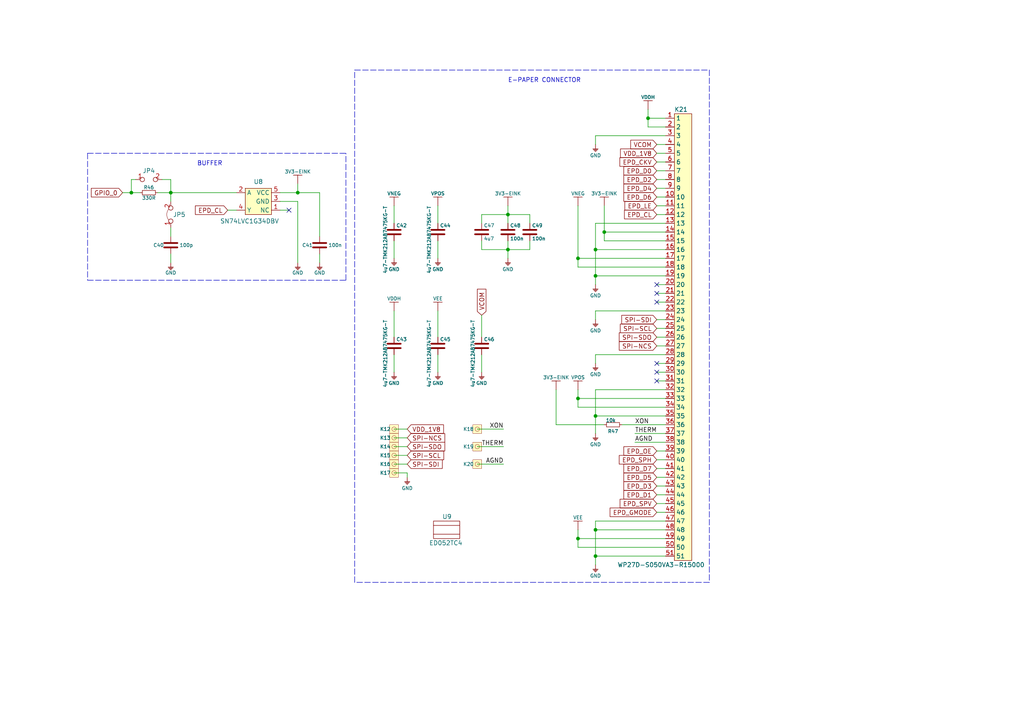
<source format=kicad_sch>
(kicad_sch (version 20211123) (generator eeschema)

  (uuid 530cf061-fa83-4e9e-bfcb-7bcd33add6cd)

  (paper "A4")

  (title_block
    (title "Soldered Inkplate 5 Gen2")
    (date "2024-05-27")
    (rev "V1.1.0")
    (company "SOLDERED")
    (comment 1 "333333")
  )

  (lib_symbols
    (symbol "0603C_1" (pin_numbers hide) (pin_names (offset 0.002)) (in_bom yes) (on_board yes)
      (property "Reference" "C" (id 0) (at 0 3.81 0)
        (effects (font (size 1 1)))
      )
      (property "Value" "0603C_1" (id 1) (at 0 -3.175 0)
        (effects (font (size 1 1)))
      )
      (property "Footprint" "e-radionica.com footprinti:0603C" (id 2) (at 0.635 -4.445 0)
        (effects (font (size 1 1)) hide)
      )
      (property "Datasheet" "" (id 3) (at 0 0 0)
        (effects (font (size 1 1)) hide)
      )
      (symbol "0603C_1_0_1"
        (polyline
          (pts
            (xy -0.635 1.905)
            (xy -0.635 -1.905)
          )
          (stroke (width 0.5) (type default) (color 0 0 0 0))
          (fill (type none))
        )
        (polyline
          (pts
            (xy 0.635 1.905)
            (xy 0.635 -1.905)
          )
          (stroke (width 0.5) (type default) (color 0 0 0 0))
          (fill (type none))
        )
      )
      (symbol "0603C_1_1_1"
        (pin passive line (at -2.54 0 0) (length 1.9)
          (name "~" (effects (font (size 1.27 1.27))))
          (number "1" (effects (font (size 1.27 1.27))))
        )
        (pin passive line (at 2.54 0 180) (length 1.9)
          (name "~" (effects (font (size 1.27 1.27))))
          (number "2" (effects (font (size 1.27 1.27))))
        )
      )
    )
    (symbol "0603C_2" (pin_numbers hide) (pin_names (offset 0.002)) (in_bom yes) (on_board yes)
      (property "Reference" "C" (id 0) (at 0 3.81 0)
        (effects (font (size 1 1)))
      )
      (property "Value" "0603C_2" (id 1) (at 0 -3.175 0)
        (effects (font (size 1 1)))
      )
      (property "Footprint" "e-radionica.com footprinti:0603C" (id 2) (at 0.635 -4.445 0)
        (effects (font (size 1 1)) hide)
      )
      (property "Datasheet" "" (id 3) (at 0 0 0)
        (effects (font (size 1 1)) hide)
      )
      (symbol "0603C_2_0_1"
        (polyline
          (pts
            (xy -0.635 1.905)
            (xy -0.635 -1.905)
          )
          (stroke (width 0.5) (type default) (color 0 0 0 0))
          (fill (type none))
        )
        (polyline
          (pts
            (xy 0.635 1.905)
            (xy 0.635 -1.905)
          )
          (stroke (width 0.5) (type default) (color 0 0 0 0))
          (fill (type none))
        )
      )
      (symbol "0603C_2_1_1"
        (pin passive line (at -2.54 0 0) (length 1.9)
          (name "~" (effects (font (size 1.27 1.27))))
          (number "1" (effects (font (size 1.27 1.27))))
        )
        (pin passive line (at 2.54 0 180) (length 1.9)
          (name "~" (effects (font (size 1.27 1.27))))
          (number "2" (effects (font (size 1.27 1.27))))
        )
      )
    )
    (symbol "0603C_3" (pin_numbers hide) (pin_names (offset 0.002)) (in_bom yes) (on_board yes)
      (property "Reference" "C" (id 0) (at 0 3.81 0)
        (effects (font (size 1 1)))
      )
      (property "Value" "0603C_3" (id 1) (at 0 -3.175 0)
        (effects (font (size 1 1)))
      )
      (property "Footprint" "e-radionica.com footprinti:0603C" (id 2) (at 0.635 -4.445 0)
        (effects (font (size 1 1)) hide)
      )
      (property "Datasheet" "" (id 3) (at 0 0 0)
        (effects (font (size 1 1)) hide)
      )
      (symbol "0603C_3_0_1"
        (polyline
          (pts
            (xy -0.635 1.905)
            (xy -0.635 -1.905)
          )
          (stroke (width 0.5) (type default) (color 0 0 0 0))
          (fill (type none))
        )
        (polyline
          (pts
            (xy 0.635 1.905)
            (xy 0.635 -1.905)
          )
          (stroke (width 0.5) (type default) (color 0 0 0 0))
          (fill (type none))
        )
      )
      (symbol "0603C_3_1_1"
        (pin passive line (at -2.54 0 0) (length 1.9)
          (name "~" (effects (font (size 1.27 1.27))))
          (number "1" (effects (font (size 1.27 1.27))))
        )
        (pin passive line (at 2.54 0 180) (length 1.9)
          (name "~" (effects (font (size 1.27 1.27))))
          (number "2" (effects (font (size 1.27 1.27))))
        )
      )
    )
    (symbol "0603C_4" (pin_numbers hide) (pin_names (offset 0.002)) (in_bom yes) (on_board yes)
      (property "Reference" "C" (id 0) (at 0 3.81 0)
        (effects (font (size 1 1)))
      )
      (property "Value" "0603C_4" (id 1) (at 0 -3.175 0)
        (effects (font (size 1 1)))
      )
      (property "Footprint" "e-radionica.com footprinti:0603C" (id 2) (at 0.635 -4.445 0)
        (effects (font (size 1 1)) hide)
      )
      (property "Datasheet" "" (id 3) (at 0 0 0)
        (effects (font (size 1 1)) hide)
      )
      (symbol "0603C_4_0_1"
        (polyline
          (pts
            (xy -0.635 1.905)
            (xy -0.635 -1.905)
          )
          (stroke (width 0.5) (type default) (color 0 0 0 0))
          (fill (type none))
        )
        (polyline
          (pts
            (xy 0.635 1.905)
            (xy 0.635 -1.905)
          )
          (stroke (width 0.5) (type default) (color 0 0 0 0))
          (fill (type none))
        )
      )
      (symbol "0603C_4_1_1"
        (pin passive line (at -2.54 0 0) (length 1.9)
          (name "~" (effects (font (size 1.27 1.27))))
          (number "1" (effects (font (size 1.27 1.27))))
        )
        (pin passive line (at 2.54 0 180) (length 1.9)
          (name "~" (effects (font (size 1.27 1.27))))
          (number "2" (effects (font (size 1.27 1.27))))
        )
      )
    )
    (symbol "0603R_1" (pin_numbers hide) (pin_names (offset 0.254)) (in_bom yes) (on_board yes)
      (property "Reference" "R" (id 0) (at 0 1.27 0)
        (effects (font (size 1 1)))
      )
      (property "Value" "0603R_1" (id 1) (at 0 -1.905 0)
        (effects (font (size 1 1)))
      )
      (property "Footprint" "e-radionica.com footprinti:0603R" (id 2) (at 0 -3.81 0)
        (effects (font (size 1 1)) hide)
      )
      (property "Datasheet" "" (id 3) (at -0.635 1.905 0)
        (effects (font (size 1 1)) hide)
      )
      (symbol "0603R_1_0_1"
        (rectangle (start -1.905 0.635) (end 1.905 -0.635)
          (stroke (width 0.15) (type default) (color 0 0 0 0))
          (fill (type none))
        )
      )
      (symbol "0603R_1_1_1"
        (pin passive line (at -2.54 0 0) (length 0.63)
          (name "~" (effects (font (size 1.27 1.27))))
          (number "1" (effects (font (size 1.27 1.27))))
        )
        (pin passive line (at 2.54 0 180) (length 0.63)
          (name "~" (effects (font (size 1.27 1.27))))
          (number "2" (effects (font (size 1.27 1.27))))
        )
      )
    )
    (symbol "0805C_1" (pin_numbers hide) (in_bom yes) (on_board yes)
      (property "Reference" "C" (id 0) (at 0 3.81 0)
        (effects (font (size 1 1)))
      )
      (property "Value" "0805C_1" (id 1) (at 0 -3.175 0)
        (effects (font (size 1 1)))
      )
      (property "Footprint" "e-radionica.com footprinti:0805C" (id 2) (at 0 -5.08 0)
        (effects (font (size 1 1)) hide)
      )
      (property "Datasheet" "" (id 3) (at 0 0 0)
        (effects (font (size 1 1)) hide)
      )
      (symbol "0805C_1_0_1"
        (polyline
          (pts
            (xy -0.635 1.905)
            (xy -0.635 -1.905)
          )
          (stroke (width 0.5) (type default) (color 0 0 0 0))
          (fill (type none))
        )
        (polyline
          (pts
            (xy 0.635 1.905)
            (xy 0.635 -1.905)
          )
          (stroke (width 0.5) (type default) (color 0 0 0 0))
          (fill (type none))
        )
      )
      (symbol "0805C_1_1_1"
        (pin passive line (at -2.54 0 0) (length 1.9)
          (name "~" (effects (font (size 1.27 1.27))))
          (number "1" (effects (font (size 1.27 1.27))))
        )
        (pin passive line (at 2.54 0 180) (length 1.9)
          (name "~" (effects (font (size 1.27 1.27))))
          (number "2" (effects (font (size 1.27 1.27))))
        )
      )
    )
    (symbol "0805C_2" (pin_numbers hide) (in_bom yes) (on_board yes)
      (property "Reference" "C" (id 0) (at 0 3.81 0)
        (effects (font (size 1 1)))
      )
      (property "Value" "0805C_2" (id 1) (at 0 -3.175 0)
        (effects (font (size 1 1)))
      )
      (property "Footprint" "e-radionica.com footprinti:0805C" (id 2) (at 0 -5.08 0)
        (effects (font (size 1 1)) hide)
      )
      (property "Datasheet" "" (id 3) (at 0 0 0)
        (effects (font (size 1 1)) hide)
      )
      (symbol "0805C_2_0_1"
        (polyline
          (pts
            (xy -0.635 1.905)
            (xy -0.635 -1.905)
          )
          (stroke (width 0.5) (type default) (color 0 0 0 0))
          (fill (type none))
        )
        (polyline
          (pts
            (xy 0.635 1.905)
            (xy 0.635 -1.905)
          )
          (stroke (width 0.5) (type default) (color 0 0 0 0))
          (fill (type none))
        )
      )
      (symbol "0805C_2_1_1"
        (pin passive line (at -2.54 0 0) (length 1.9)
          (name "~" (effects (font (size 1.27 1.27))))
          (number "1" (effects (font (size 1.27 1.27))))
        )
        (pin passive line (at 2.54 0 180) (length 1.9)
          (name "~" (effects (font (size 1.27 1.27))))
          (number "2" (effects (font (size 1.27 1.27))))
        )
      )
    )
    (symbol "0805C_3" (pin_numbers hide) (in_bom yes) (on_board yes)
      (property "Reference" "C" (id 0) (at 0 3.81 0)
        (effects (font (size 1 1)))
      )
      (property "Value" "0805C_3" (id 1) (at 0 -3.175 0)
        (effects (font (size 1 1)))
      )
      (property "Footprint" "e-radionica.com footprinti:0805C" (id 2) (at 0 -5.08 0)
        (effects (font (size 1 1)) hide)
      )
      (property "Datasheet" "" (id 3) (at 0 0 0)
        (effects (font (size 1 1)) hide)
      )
      (symbol "0805C_3_0_1"
        (polyline
          (pts
            (xy -0.635 1.905)
            (xy -0.635 -1.905)
          )
          (stroke (width 0.5) (type default) (color 0 0 0 0))
          (fill (type none))
        )
        (polyline
          (pts
            (xy 0.635 1.905)
            (xy 0.635 -1.905)
          )
          (stroke (width 0.5) (type default) (color 0 0 0 0))
          (fill (type none))
        )
      )
      (symbol "0805C_3_1_1"
        (pin passive line (at -2.54 0 0) (length 1.9)
          (name "~" (effects (font (size 1.27 1.27))))
          (number "1" (effects (font (size 1.27 1.27))))
        )
        (pin passive line (at 2.54 0 180) (length 1.9)
          (name "~" (effects (font (size 1.27 1.27))))
          (number "2" (effects (font (size 1.27 1.27))))
        )
      )
    )
    (symbol "0805C_4" (pin_numbers hide) (in_bom yes) (on_board yes)
      (property "Reference" "C" (id 0) (at 0 3.81 0)
        (effects (font (size 1 1)))
      )
      (property "Value" "0805C_4" (id 1) (at 0 -3.175 0)
        (effects (font (size 1 1)))
      )
      (property "Footprint" "e-radionica.com footprinti:0805C" (id 2) (at 0 -5.08 0)
        (effects (font (size 1 1)) hide)
      )
      (property "Datasheet" "" (id 3) (at 0 0 0)
        (effects (font (size 1 1)) hide)
      )
      (symbol "0805C_4_0_1"
        (polyline
          (pts
            (xy -0.635 1.905)
            (xy -0.635 -1.905)
          )
          (stroke (width 0.5) (type default) (color 0 0 0 0))
          (fill (type none))
        )
        (polyline
          (pts
            (xy 0.635 1.905)
            (xy 0.635 -1.905)
          )
          (stroke (width 0.5) (type default) (color 0 0 0 0))
          (fill (type none))
        )
      )
      (symbol "0805C_4_1_1"
        (pin passive line (at -2.54 0 0) (length 1.9)
          (name "~" (effects (font (size 1.27 1.27))))
          (number "1" (effects (font (size 1.27 1.27))))
        )
        (pin passive line (at 2.54 0 180) (length 1.9)
          (name "~" (effects (font (size 1.27 1.27))))
          (number "2" (effects (font (size 1.27 1.27))))
        )
      )
    )
    (symbol "e-radionica.com schematics:0603C" (pin_numbers hide) (pin_names (offset 0.002)) (in_bom yes) (on_board yes)
      (property "Reference" "C" (id 0) (at 0 3.81 0)
        (effects (font (size 1 1)))
      )
      (property "Value" "0603C" (id 1) (at 0 -3.175 0)
        (effects (font (size 1 1)))
      )
      (property "Footprint" "e-radionica.com footprinti:0603C" (id 2) (at 0.635 -4.445 0)
        (effects (font (size 1 1)) hide)
      )
      (property "Datasheet" "" (id 3) (at 0 0 0)
        (effects (font (size 1 1)) hide)
      )
      (symbol "0603C_0_1"
        (polyline
          (pts
            (xy -0.635 1.905)
            (xy -0.635 -1.905)
          )
          (stroke (width 0.5) (type default) (color 0 0 0 0))
          (fill (type none))
        )
        (polyline
          (pts
            (xy 0.635 1.905)
            (xy 0.635 -1.905)
          )
          (stroke (width 0.5) (type default) (color 0 0 0 0))
          (fill (type none))
        )
      )
      (symbol "0603C_1_1"
        (pin passive line (at -2.54 0 0) (length 1.9)
          (name "~" (effects (font (size 1.27 1.27))))
          (number "1" (effects (font (size 1.27 1.27))))
        )
        (pin passive line (at 2.54 0 180) (length 1.9)
          (name "~" (effects (font (size 1.27 1.27))))
          (number "2" (effects (font (size 1.27 1.27))))
        )
      )
    )
    (symbol "e-radionica.com schematics:0603R" (pin_numbers hide) (pin_names (offset 0.254)) (in_bom yes) (on_board yes)
      (property "Reference" "R" (id 0) (at 0 1.27 0)
        (effects (font (size 1 1)))
      )
      (property "Value" "0603R" (id 1) (at 0 -1.905 0)
        (effects (font (size 1 1)))
      )
      (property "Footprint" "e-radionica.com footprinti:0603R" (id 2) (at 0 -3.81 0)
        (effects (font (size 1 1)) hide)
      )
      (property "Datasheet" "" (id 3) (at -0.635 1.905 0)
        (effects (font (size 1 1)) hide)
      )
      (symbol "0603R_0_1"
        (rectangle (start -1.905 0.635) (end 1.905 -0.635)
          (stroke (width 0.15) (type default) (color 0 0 0 0))
          (fill (type none))
        )
      )
      (symbol "0603R_1_1"
        (pin passive line (at -2.54 0 0) (length 0.63)
          (name "~" (effects (font (size 1.27 1.27))))
          (number "1" (effects (font (size 1.27 1.27))))
        )
        (pin passive line (at 2.54 0 180) (length 0.63)
          (name "~" (effects (font (size 1.27 1.27))))
          (number "2" (effects (font (size 1.27 1.27))))
        )
      )
    )
    (symbol "e-radionica.com schematics:0805C" (pin_numbers hide) (in_bom yes) (on_board yes)
      (property "Reference" "C" (id 0) (at 0 3.81 0)
        (effects (font (size 1 1)))
      )
      (property "Value" "0805C" (id 1) (at 0 -3.175 0)
        (effects (font (size 1 1)))
      )
      (property "Footprint" "e-radionica.com footprinti:0805C" (id 2) (at 0 -5.08 0)
        (effects (font (size 1 1)) hide)
      )
      (property "Datasheet" "" (id 3) (at 0 0 0)
        (effects (font (size 1 1)) hide)
      )
      (symbol "0805C_0_1"
        (polyline
          (pts
            (xy -0.635 1.905)
            (xy -0.635 -1.905)
          )
          (stroke (width 0.5) (type default) (color 0 0 0 0))
          (fill (type none))
        )
        (polyline
          (pts
            (xy 0.635 1.905)
            (xy 0.635 -1.905)
          )
          (stroke (width 0.5) (type default) (color 0 0 0 0))
          (fill (type none))
        )
      )
      (symbol "0805C_1_1"
        (pin passive line (at -2.54 0 0) (length 1.9)
          (name "~" (effects (font (size 1.27 1.27))))
          (number "1" (effects (font (size 1.27 1.27))))
        )
        (pin passive line (at 2.54 0 180) (length 1.9)
          (name "~" (effects (font (size 1.27 1.27))))
          (number "2" (effects (font (size 1.27 1.27))))
        )
      )
    )
    (symbol "e-radionica.com schematics:3V3-EINK" (power) (pin_names (offset 0)) (in_bom yes) (on_board yes)
      (property "Reference" "#PWR" (id 0) (at 4.445 0 0)
        (effects (font (size 1 1)) hide)
      )
      (property "Value" "3V3-EINK" (id 1) (at 0 3.556 0)
        (effects (font (size 1 1)))
      )
      (property "Footprint" "" (id 2) (at 4.445 3.81 0)
        (effects (font (size 1 1)) hide)
      )
      (property "Datasheet" "" (id 3) (at 4.445 3.81 0)
        (effects (font (size 1 1)) hide)
      )
      (property "ki_keywords" "power-flag" (id 4) (at 0 0 0)
        (effects (font (size 1.27 1.27)) hide)
      )
      (property "ki_description" "Power symbol creates a global label with name \"3V3-EINK\"" (id 5) (at 0 0 0)
        (effects (font (size 1.27 1.27)) hide)
      )
      (symbol "3V3-EINK_0_1"
        (polyline
          (pts
            (xy -1.27 2.54)
            (xy 1.27 2.54)
          )
          (stroke (width 0.16) (type default) (color 0 0 0 0))
          (fill (type none))
        )
        (polyline
          (pts
            (xy 0 0)
            (xy 0 2.54)
          )
          (stroke (width 0) (type default) (color 0 0 0 0))
          (fill (type none))
        )
      )
      (symbol "3V3-EINK_1_1"
        (pin power_in line (at 0 0 90) (length 0) hide
          (name "3V3-EINK" (effects (font (size 1.27 1.27))))
          (number "1" (effects (font (size 1.27 1.27))))
        )
      )
    )
    (symbol "e-radionica.com schematics:ED052TC4" (pin_numbers hide) (pin_names hide) (in_bom yes) (on_board yes)
      (property "Reference" "U" (id 0) (at 0 3.81 0)
        (effects (font (size 1.27 1.27)))
      )
      (property "Value" "ED052TC4" (id 1) (at 0 -3.81 0)
        (effects (font (size 1.27 1.27)))
      )
      (property "Footprint" "e-radionica.com footprinti:ED052TC4" (id 2) (at 0 -6.35 0)
        (effects (font (size 1.27 1.27)) hide)
      )
      (property "Datasheet" "" (id 3) (at 0 0 0)
        (effects (font (size 1.27 1.27)) hide)
      )
      (property "ki_description" "Inkplate 5V2 panel" (id 4) (at 0 0 0)
        (effects (font (size 1.27 1.27)) hide)
      )
      (symbol "ED052TC4_0_1"
        (rectangle (start -3.81 2.54) (end 3.81 -2.54)
          (stroke (width 0) (type default) (color 0 0 0 0))
          (fill (type none))
        )
        (polyline
          (pts
            (xy -3.81 -1.27)
            (xy 3.81 -1.27)
          )
          (stroke (width 0) (type default) (color 0 0 0 0))
          (fill (type none))
        )
        (polyline
          (pts
            (xy -3.81 1.27)
            (xy 3.81 1.27)
          )
          (stroke (width 0) (type default) (color 0 0 0 0))
          (fill (type none))
        )
      )
    )
    (symbol "e-radionica.com schematics:GND" (power) (pin_names (offset 0)) (in_bom yes) (on_board yes)
      (property "Reference" "#PWR" (id 0) (at 4.445 0 0)
        (effects (font (size 1 1)) hide)
      )
      (property "Value" "GND" (id 1) (at 0 -2.921 0)
        (effects (font (size 1 1)))
      )
      (property "Footprint" "" (id 2) (at 4.445 3.81 0)
        (effects (font (size 1 1)) hide)
      )
      (property "Datasheet" "" (id 3) (at 4.445 3.81 0)
        (effects (font (size 1 1)) hide)
      )
      (property "ki_keywords" "power-flag" (id 4) (at 0 0 0)
        (effects (font (size 1.27 1.27)) hide)
      )
      (property "ki_description" "Power symbol creates a global label with name \"GND\"" (id 5) (at 0 0 0)
        (effects (font (size 1.27 1.27)) hide)
      )
      (symbol "GND_0_1"
        (polyline
          (pts
            (xy -0.762 -1.27)
            (xy 0.762 -1.27)
          )
          (stroke (width 0.16) (type default) (color 0 0 0 0))
          (fill (type none))
        )
        (polyline
          (pts
            (xy -0.635 -1.524)
            (xy 0.635 -1.524)
          )
          (stroke (width 0.16) (type default) (color 0 0 0 0))
          (fill (type none))
        )
        (polyline
          (pts
            (xy -0.381 -1.778)
            (xy 0.381 -1.778)
          )
          (stroke (width 0.16) (type default) (color 0 0 0 0))
          (fill (type none))
        )
        (polyline
          (pts
            (xy -0.127 -2.032)
            (xy 0.127 -2.032)
          )
          (stroke (width 0.16) (type default) (color 0 0 0 0))
          (fill (type none))
        )
        (polyline
          (pts
            (xy 0 0)
            (xy 0 -1.27)
          )
          (stroke (width 0.16) (type default) (color 0 0 0 0))
          (fill (type none))
        )
      )
      (symbol "GND_1_1"
        (pin power_in line (at 0 0 270) (length 0) hide
          (name "GND" (effects (font (size 1.27 1.27))))
          (number "1" (effects (font (size 1.27 1.27))))
        )
      )
    )
    (symbol "e-radionica.com schematics:HEADER_MALE_1X1_Inkplate" (pin_numbers hide) (pin_names hide) (in_bom yes) (on_board yes)
      (property "Reference" "K" (id 0) (at 0 2.54 0)
        (effects (font (size 1 1)))
      )
      (property "Value" "HEADER_MALE_1X1_Inkplate" (id 1) (at 0 -2.54 0)
        (effects (font (size 1 1)))
      )
      (property "Footprint" "e-radionica.com footprinti:HEADER_MALE_1X1_Inkplate" (id 2) (at 0 -5.08 0)
        (effects (font (size 1 1)) hide)
      )
      (property "Datasheet" "" (id 3) (at 0 0 0)
        (effects (font (size 1 1)) hide)
      )
      (symbol "HEADER_MALE_1X1_Inkplate_0_1"
        (rectangle (start -1.27 1.27) (end 1.27 -1.27)
          (stroke (width 0.001) (type default) (color 0 0 0 0))
          (fill (type background))
        )
        (circle (center 0 0) (radius 0.635)
          (stroke (width 0.0006) (type default) (color 0 0 0 0))
          (fill (type none))
        )
      )
      (symbol "HEADER_MALE_1X1_Inkplate_1_1"
        (pin passive line (at 0 0 180) (length 0)
          (name "~" (effects (font (size 1 1))))
          (number "1" (effects (font (size 1 1))))
        )
      )
    )
    (symbol "e-radionica.com schematics:SMD-JUMPER-CONNECTED_TRACE_SOLDERMASK" (in_bom yes) (on_board yes)
      (property "Reference" "JP" (id 0) (at 0 3.556 0)
        (effects (font (size 1.27 1.27)))
      )
      (property "Value" "SMD-JUMPER-CONNECTED_TRACE_SOLDERMASK" (id 1) (at 0 -2.54 0)
        (effects (font (size 1.27 1.27)))
      )
      (property "Footprint" "e-radionica.com footprinti:SMD-JUMPER-CONNECTED_TRACE_SOLDERMASK" (id 2) (at 0 -5.715 0)
        (effects (font (size 1.27 1.27)) hide)
      )
      (property "Datasheet" "" (id 3) (at 0 0 0)
        (effects (font (size 1.27 1.27)) hide)
      )
      (symbol "SMD-JUMPER-CONNECTED_TRACE_SOLDERMASK_0_1"
        (arc (start 1.5845 0.5996) (mid -0.0202 1.1519) (end -1.6159 0.5742)
          (stroke (width 0.1) (type default) (color 0 0 0 0))
          (fill (type none))
        )
      )
      (symbol "SMD-JUMPER-CONNECTED_TRACE_SOLDERMASK_1_1"
        (pin passive inverted (at -3.81 0 0) (length 2.54)
          (name "" (effects (font (size 1.27 1.27))))
          (number "1" (effects (font (size 1.27 1.27))))
        )
        (pin passive inverted (at 3.81 0 180) (length 2.54)
          (name "" (effects (font (size 1.27 1.27))))
          (number "2" (effects (font (size 1.27 1.27))))
        )
      )
    )
    (symbol "e-radionica.com schematics:SMD_JUMPER" (in_bom yes) (on_board yes)
      (property "Reference" "JP" (id 0) (at 0 1.397 0)
        (effects (font (size 1.27 1.27)))
      )
      (property "Value" "SMD_JUMPER" (id 1) (at 0 -2.54 0)
        (effects (font (size 1.27 1.27)))
      )
      (property "Footprint" "e-radionica.com footprinti:SMD_JUMPER" (id 2) (at 0 -5.08 0)
        (effects (font (size 1.27 1.27)) hide)
      )
      (property "Datasheet" "" (id 3) (at 0 0 0)
        (effects (font (size 1.27 1.27)) hide)
      )
      (symbol "SMD_JUMPER_1_1"
        (pin passive inverted (at -3.81 0 0) (length 2.54)
          (name "" (effects (font (size 1.27 1.27))))
          (number "1" (effects (font (size 1.27 1.27))))
        )
        (pin passive inverted (at 3.81 0 180) (length 2.54)
          (name "" (effects (font (size 1.27 1.27))))
          (number "2" (effects (font (size 1.27 1.27))))
        )
      )
    )
    (symbol "e-radionica.com schematics:SN74LVC1G34DBV" (in_bom yes) (on_board yes)
      (property "Reference" "U" (id 0) (at -2.54 5.08 0)
        (effects (font (size 1.27 1.27)))
      )
      (property "Value" "SN74LVC1G34DBV" (id 1) (at -1.27 7.62 0)
        (effects (font (size 1.27 1.27)))
      )
      (property "Footprint" "e-radionica.com footprinti:SN74LVC1G34DBV" (id 2) (at -1.27 8.89 0)
        (effects (font (size 1.27 1.27)) hide)
      )
      (property "Datasheet" "" (id 3) (at -1.27 8.89 0)
        (effects (font (size 1.27 1.27)) hide)
      )
      (property "ki_keywords" "Buffer" (id 4) (at 0 0 0)
        (effects (font (size 1.27 1.27)) hide)
      )
      (property "ki_description" "Single Buffer Gate" (id 5) (at 0 0 0)
        (effects (font (size 1.27 1.27)) hide)
      )
      (symbol "SN74LVC1G34DBV_0_0"
        (rectangle (start -3.81 3.81) (end 3.81 -3.81)
          (stroke (width 0) (type default) (color 0 0 0 0))
          (fill (type background))
        )
      )
      (symbol "SN74LVC1G34DBV_1_1"
        (pin passive line (at 6.35 -2.54 180) (length 2.54)
          (name "NC" (effects (font (size 1.27 1.27))))
          (number "1" (effects (font (size 1.27 1.27))))
        )
        (pin passive line (at -6.35 2.54 0) (length 2.54)
          (name "A" (effects (font (size 1.27 1.27))))
          (number "2" (effects (font (size 1.27 1.27))))
        )
        (pin passive line (at 6.35 0 180) (length 2.54)
          (name "GND" (effects (font (size 1.27 1.27))))
          (number "3" (effects (font (size 1.27 1.27))))
        )
        (pin passive line (at -6.35 -2.54 0) (length 2.54)
          (name "Y" (effects (font (size 1.27 1.27))))
          (number "4" (effects (font (size 1.27 1.27))))
        )
        (pin passive line (at 6.35 2.54 180) (length 2.54)
          (name "VCC" (effects (font (size 1.27 1.27))))
          (number "5" (effects (font (size 1.27 1.27))))
        )
      )
    )
    (symbol "e-radionica.com schematics:VDDH" (power) (pin_names (offset 0)) (in_bom yes) (on_board yes)
      (property "Reference" "#PWR" (id 0) (at 4.445 0 0)
        (effects (font (size 1 1)) hide)
      )
      (property "Value" "VDDH" (id 1) (at 0 3.556 0)
        (effects (font (size 1 1)))
      )
      (property "Footprint" "" (id 2) (at 4.445 3.81 0)
        (effects (font (size 1 1)) hide)
      )
      (property "Datasheet" "" (id 3) (at 4.445 3.81 0)
        (effects (font (size 1 1)) hide)
      )
      (property "ki_keywords" "power-flag" (id 4) (at 0 0 0)
        (effects (font (size 1.27 1.27)) hide)
      )
      (property "ki_description" "Power symbol creates a global label with name \"VDDH\"" (id 5) (at 0 0 0)
        (effects (font (size 1.27 1.27)) hide)
      )
      (symbol "VDDH_0_1"
        (polyline
          (pts
            (xy -1.27 2.54)
            (xy 1.27 2.54)
          )
          (stroke (width 0.16) (type default) (color 0 0 0 0))
          (fill (type none))
        )
        (polyline
          (pts
            (xy 0 0)
            (xy 0 2.54)
          )
          (stroke (width 0) (type default) (color 0 0 0 0))
          (fill (type none))
        )
      )
      (symbol "VDDH_1_1"
        (pin power_in line (at 0 0 90) (length 0) hide
          (name "VDDH" (effects (font (size 1.27 1.27))))
          (number "1" (effects (font (size 1.27 1.27))))
        )
      )
    )
    (symbol "e-radionica.com schematics:VEE" (power) (pin_names (offset 0)) (in_bom yes) (on_board yes)
      (property "Reference" "#PWR" (id 0) (at 4.445 0 0)
        (effects (font (size 1 1)) hide)
      )
      (property "Value" "VEE" (id 1) (at 0 3.556 0)
        (effects (font (size 1 1)))
      )
      (property "Footprint" "" (id 2) (at 4.445 3.81 0)
        (effects (font (size 1 1)) hide)
      )
      (property "Datasheet" "" (id 3) (at 4.445 3.81 0)
        (effects (font (size 1 1)) hide)
      )
      (property "ki_keywords" "power-flag" (id 4) (at 0 0 0)
        (effects (font (size 1.27 1.27)) hide)
      )
      (property "ki_description" "Power symbol creates a global label with name \"VEE\"" (id 5) (at 0 0 0)
        (effects (font (size 1.27 1.27)) hide)
      )
      (symbol "VEE_0_1"
        (polyline
          (pts
            (xy -1.27 2.54)
            (xy 1.27 2.54)
          )
          (stroke (width 0.16) (type default) (color 0 0 0 0))
          (fill (type none))
        )
        (polyline
          (pts
            (xy 0 0)
            (xy 0 2.54)
          )
          (stroke (width 0) (type default) (color 0 0 0 0))
          (fill (type none))
        )
      )
      (symbol "VEE_1_1"
        (pin power_in line (at 0 0 90) (length 0) hide
          (name "VEE" (effects (font (size 1.27 1.27))))
          (number "1" (effects (font (size 1.27 1.27))))
        )
      )
    )
    (symbol "e-radionica.com schematics:VNEG" (power) (pin_names (offset 0)) (in_bom yes) (on_board yes)
      (property "Reference" "#PWR" (id 0) (at 4.445 0 0)
        (effects (font (size 1 1)) hide)
      )
      (property "Value" "VNEG" (id 1) (at 0 3.556 0)
        (effects (font (size 1 1)))
      )
      (property "Footprint" "" (id 2) (at 4.445 3.81 0)
        (effects (font (size 1 1)) hide)
      )
      (property "Datasheet" "" (id 3) (at 4.445 3.81 0)
        (effects (font (size 1 1)) hide)
      )
      (property "ki_keywords" "power-flag" (id 4) (at 0 0 0)
        (effects (font (size 1.27 1.27)) hide)
      )
      (property "ki_description" "Power symbol creates a global label with name \"VNEG\"" (id 5) (at 0 0 0)
        (effects (font (size 1.27 1.27)) hide)
      )
      (symbol "VNEG_0_1"
        (polyline
          (pts
            (xy -1.27 2.54)
            (xy 1.27 2.54)
          )
          (stroke (width 0.16) (type default) (color 0 0 0 0))
          (fill (type none))
        )
        (polyline
          (pts
            (xy 0 0)
            (xy 0 2.54)
          )
          (stroke (width 0) (type default) (color 0 0 0 0))
          (fill (type none))
        )
      )
      (symbol "VNEG_1_1"
        (pin power_in line (at 0 0 90) (length 0) hide
          (name "VNEG" (effects (font (size 1.27 1.27))))
          (number "1" (effects (font (size 1.27 1.27))))
        )
      )
    )
    (symbol "e-radionica.com schematics:VPOS" (power) (pin_names (offset 0)) (in_bom yes) (on_board yes)
      (property "Reference" "#PWR" (id 0) (at 4.445 0 0)
        (effects (font (size 1 1)) hide)
      )
      (property "Value" "VPOS" (id 1) (at 0 3.556 0)
        (effects (font (size 1 1)))
      )
      (property "Footprint" "" (id 2) (at 4.445 3.81 0)
        (effects (font (size 1 1)) hide)
      )
      (property "Datasheet" "" (id 3) (at 4.445 3.81 0)
        (effects (font (size 1 1)) hide)
      )
      (property "ki_keywords" "power-flag" (id 4) (at 0 0 0)
        (effects (font (size 1.27 1.27)) hide)
      )
      (property "ki_description" "Power symbol creates a global label with name \"VPOS\"" (id 5) (at 0 0 0)
        (effects (font (size 1.27 1.27)) hide)
      )
      (symbol "VPOS_0_1"
        (polyline
          (pts
            (xy -1.27 2.54)
            (xy 1.27 2.54)
          )
          (stroke (width 0.16) (type default) (color 0 0 0 0))
          (fill (type none))
        )
        (polyline
          (pts
            (xy 0 0)
            (xy 0 2.54)
          )
          (stroke (width 0) (type default) (color 0 0 0 0))
          (fill (type none))
        )
      )
      (symbol "VPOS_1_1"
        (pin power_in line (at 0 0 90) (length 0) hide
          (name "VPOS" (effects (font (size 1.27 1.27))))
          (number "1" (effects (font (size 1.27 1.27))))
        )
      )
    )
    (symbol "e-radionica.com schematics:WP27D-S050VA3-R15000" (in_bom yes) (on_board yes)
      (property "Reference" "K" (id 0) (at -1.27 66.04 0)
        (effects (font (size 1.27 1.27)))
      )
      (property "Value" "WP27D-S050VA3-R15000" (id 1) (at 0 -66.04 0)
        (effects (font (size 1.27 1.27)))
      )
      (property "Footprint" "e-radionica.com footprinti:WP27D-S050VA3-R15000" (id 2) (at 0 -68.58 0)
        (effects (font (size 1.27 1.27)) hide)
      )
      (property "Datasheet" "" (id 3) (at 0 27.94 0)
        (effects (font (size 1.27 1.27)) hide)
      )
      (symbol "WP27D-S050VA3-R15000_0_1"
        (rectangle (start -2.54 64.77) (end 2.54 -64.77)
          (stroke (width 0.1524) (type default) (color 0 0 0 0))
          (fill (type background))
        )
      )
      (symbol "WP27D-S050VA3-R15000_1_1"
        (pin input line (at -5.08 63.5 0) (length 2.54)
          (name "1" (effects (font (size 1.27 1.27))))
          (number "1" (effects (font (size 1.27 1.27))))
        )
        (pin input line (at -5.08 40.64 0) (length 2.54)
          (name "10" (effects (font (size 1.27 1.27))))
          (number "10" (effects (font (size 1.27 1.27))))
        )
        (pin input line (at -5.08 38.1 0) (length 2.54)
          (name "11" (effects (font (size 1.27 1.27))))
          (number "11" (effects (font (size 1.27 1.27))))
        )
        (pin input line (at -5.08 35.56 0) (length 2.54)
          (name "12" (effects (font (size 1.27 1.27))))
          (number "12" (effects (font (size 1.27 1.27))))
        )
        (pin input line (at -5.08 33.02 0) (length 2.54)
          (name "13" (effects (font (size 1.27 1.27))))
          (number "13" (effects (font (size 1.27 1.27))))
        )
        (pin input line (at -5.08 30.48 0) (length 2.54)
          (name "14" (effects (font (size 1.27 1.27))))
          (number "14" (effects (font (size 1.27 1.27))))
        )
        (pin input line (at -5.08 27.94 0) (length 2.54)
          (name "15" (effects (font (size 1.27 1.27))))
          (number "15" (effects (font (size 1.27 1.27))))
        )
        (pin input line (at -5.08 25.4 0) (length 2.54)
          (name "16" (effects (font (size 1.27 1.27))))
          (number "16" (effects (font (size 1.27 1.27))))
        )
        (pin input line (at -5.08 22.86 0) (length 2.54)
          (name "17" (effects (font (size 1.27 1.27))))
          (number "17" (effects (font (size 1.27 1.27))))
        )
        (pin input line (at -5.08 20.32 0) (length 2.54)
          (name "18" (effects (font (size 1.27 1.27))))
          (number "18" (effects (font (size 1.27 1.27))))
        )
        (pin input line (at -5.08 17.78 0) (length 2.54)
          (name "19" (effects (font (size 1.27 1.27))))
          (number "19" (effects (font (size 1.27 1.27))))
        )
        (pin input line (at -5.08 60.96 0) (length 2.54)
          (name "2" (effects (font (size 1.27 1.27))))
          (number "2" (effects (font (size 1.27 1.27))))
        )
        (pin input line (at -5.08 15.24 0) (length 2.54)
          (name "20" (effects (font (size 1.27 1.27))))
          (number "20" (effects (font (size 1.27 1.27))))
        )
        (pin input line (at -5.08 12.7 0) (length 2.54)
          (name "21" (effects (font (size 1.27 1.27))))
          (number "21" (effects (font (size 1.27 1.27))))
        )
        (pin input line (at -5.08 10.16 0) (length 2.54)
          (name "22" (effects (font (size 1.27 1.27))))
          (number "22" (effects (font (size 1.27 1.27))))
        )
        (pin input line (at -5.08 7.62 0) (length 2.54)
          (name "23" (effects (font (size 1.27 1.27))))
          (number "23" (effects (font (size 1.27 1.27))))
        )
        (pin input line (at -5.08 5.08 0) (length 2.54)
          (name "24" (effects (font (size 1.27 1.27))))
          (number "24" (effects (font (size 1.27 1.27))))
        )
        (pin input line (at -5.08 2.54 0) (length 2.54)
          (name "25" (effects (font (size 1.27 1.27))))
          (number "25" (effects (font (size 1.27 1.27))))
        )
        (pin input line (at -5.08 0 0) (length 2.54)
          (name "26" (effects (font (size 1.27 1.27))))
          (number "26" (effects (font (size 1.27 1.27))))
        )
        (pin input line (at -5.08 -2.54 0) (length 2.54)
          (name "27" (effects (font (size 1.27 1.27))))
          (number "27" (effects (font (size 1.27 1.27))))
        )
        (pin input line (at -5.08 -5.08 0) (length 2.54)
          (name "28" (effects (font (size 1.27 1.27))))
          (number "28" (effects (font (size 1.27 1.27))))
        )
        (pin input line (at -5.08 -7.62 0) (length 2.54)
          (name "29" (effects (font (size 1.27 1.27))))
          (number "29" (effects (font (size 1.27 1.27))))
        )
        (pin input line (at -5.08 58.42 0) (length 2.54)
          (name "3" (effects (font (size 1.27 1.27))))
          (number "3" (effects (font (size 1.27 1.27))))
        )
        (pin input line (at -5.08 -10.16 0) (length 2.54)
          (name "30" (effects (font (size 1.27 1.27))))
          (number "30" (effects (font (size 1.27 1.27))))
        )
        (pin input line (at -5.08 -12.7 0) (length 2.54)
          (name "31" (effects (font (size 1.27 1.27))))
          (number "31" (effects (font (size 1.27 1.27))))
        )
        (pin input line (at -5.08 -15.24 0) (length 2.54)
          (name "32" (effects (font (size 1.27 1.27))))
          (number "32" (effects (font (size 1.27 1.27))))
        )
        (pin input line (at -5.08 -17.78 0) (length 2.54)
          (name "33" (effects (font (size 1.27 1.27))))
          (number "33" (effects (font (size 1.27 1.27))))
        )
        (pin input line (at -5.08 -20.32 0) (length 2.54)
          (name "34" (effects (font (size 1.27 1.27))))
          (number "34" (effects (font (size 1.27 1.27))))
        )
        (pin input line (at -5.08 -22.86 0) (length 2.54)
          (name "35" (effects (font (size 1.27 1.27))))
          (number "35" (effects (font (size 1.27 1.27))))
        )
        (pin input line (at -5.08 -25.4 0) (length 2.54)
          (name "36" (effects (font (size 1.27 1.27))))
          (number "36" (effects (font (size 1.27 1.27))))
        )
        (pin input line (at -5.08 -27.94 0) (length 2.54)
          (name "37" (effects (font (size 1.27 1.27))))
          (number "37" (effects (font (size 1.27 1.27))))
        )
        (pin input line (at -5.08 -30.48 0) (length 2.54)
          (name "38" (effects (font (size 1.27 1.27))))
          (number "38" (effects (font (size 1.27 1.27))))
        )
        (pin input line (at -5.08 -33.02 0) (length 2.54)
          (name "39" (effects (font (size 1.27 1.27))))
          (number "39" (effects (font (size 1.27 1.27))))
        )
        (pin input line (at -5.08 55.88 0) (length 2.54)
          (name "4" (effects (font (size 1.27 1.27))))
          (number "4" (effects (font (size 1.27 1.27))))
        )
        (pin input line (at -5.08 -35.56 0) (length 2.54)
          (name "40" (effects (font (size 1.27 1.27))))
          (number "40" (effects (font (size 1.27 1.27))))
        )
        (pin input line (at -5.08 -38.1 0) (length 2.54)
          (name "41" (effects (font (size 1.27 1.27))))
          (number "41" (effects (font (size 1.27 1.27))))
        )
        (pin input line (at -5.08 -40.64 0) (length 2.54)
          (name "42" (effects (font (size 1.27 1.27))))
          (number "42" (effects (font (size 1.27 1.27))))
        )
        (pin input line (at -5.08 -43.18 0) (length 2.54)
          (name "43" (effects (font (size 1.27 1.27))))
          (number "43" (effects (font (size 1.27 1.27))))
        )
        (pin input line (at -5.08 -45.72 0) (length 2.54)
          (name "44" (effects (font (size 1.27 1.27))))
          (number "44" (effects (font (size 1.27 1.27))))
        )
        (pin input line (at -5.08 -48.26 0) (length 2.54)
          (name "45" (effects (font (size 1.27 1.27))))
          (number "45" (effects (font (size 1.27 1.27))))
        )
        (pin input line (at -5.08 -50.8 0) (length 2.54)
          (name "46" (effects (font (size 1.27 1.27))))
          (number "46" (effects (font (size 1.27 1.27))))
        )
        (pin input line (at -5.08 -53.34 0) (length 2.54)
          (name "47" (effects (font (size 1.27 1.27))))
          (number "47" (effects (font (size 1.27 1.27))))
        )
        (pin input line (at -5.08 -55.88 0) (length 2.54)
          (name "48" (effects (font (size 1.27 1.27))))
          (number "48" (effects (font (size 1.27 1.27))))
        )
        (pin input line (at -5.08 -58.42 0) (length 2.54)
          (name "49" (effects (font (size 1.27 1.27))))
          (number "49" (effects (font (size 1.27 1.27))))
        )
        (pin input line (at -5.08 53.34 0) (length 2.54)
          (name "5" (effects (font (size 1.27 1.27))))
          (number "5" (effects (font (size 1.27 1.27))))
        )
        (pin input line (at -5.08 -60.96 0) (length 2.54)
          (name "50" (effects (font (size 1.27 1.27))))
          (number "50" (effects (font (size 1.27 1.27))))
        )
        (pin input line (at -5.08 -63.5 0) (length 2.54)
          (name "51" (effects (font (size 1.27 1.27))))
          (number "51" (effects (font (size 1.27 1.27))))
        )
        (pin input line (at -5.08 50.8 0) (length 2.54)
          (name "6" (effects (font (size 1.27 1.27))))
          (number "6" (effects (font (size 1.27 1.27))))
        )
        (pin input line (at -5.08 48.26 0) (length 2.54)
          (name "7" (effects (font (size 1.27 1.27))))
          (number "7" (effects (font (size 1.27 1.27))))
        )
        (pin input line (at -5.08 45.72 0) (length 2.54)
          (name "8" (effects (font (size 1.27 1.27))))
          (number "8" (effects (font (size 1.27 1.27))))
        )
        (pin input line (at -5.08 43.18 0) (length 2.54)
          (name "9" (effects (font (size 1.27 1.27))))
          (number "9" (effects (font (size 1.27 1.27))))
        )
      )
    )
  )

  (junction (at 49.53 55.88) (diameter 0) (color 0 0 0 0)
    (uuid 0aa19e50-e1bc-435c-95ef-64c91f923768)
  )
  (junction (at 147.32 72.39) (diameter 0) (color 0 0 0 0)
    (uuid 1d827524-2f5e-4d3e-803c-6162ca70d3fd)
  )
  (junction (at 172.72 72.39) (diameter 0) (color 0 0 0 0)
    (uuid 22847962-4aee-4e52-a034-366cd731306c)
  )
  (junction (at 167.64 156.21) (diameter 0) (color 0 0 0 0)
    (uuid 42c085f1-c294-4195-987e-fcfb4e8c22e1)
  )
  (junction (at 86.36 55.88) (diameter 0) (color 0 0 0 0)
    (uuid 639de194-4de2-4e3a-b74e-bc9ba05c27ea)
  )
  (junction (at 172.72 80.01) (diameter 0) (color 0 0 0 0)
    (uuid 6649b3c7-cf10-4210-8ec6-738163e513bb)
  )
  (junction (at 172.72 161.29) (diameter 0) (color 0 0 0 0)
    (uuid 6cd5abcd-2e12-4133-bfbe-cdcd12a066f4)
  )
  (junction (at 175.26 67.31) (diameter 0) (color 0 0 0 0)
    (uuid 86174420-8639-4a85-9b5c-b1160af58c16)
  )
  (junction (at 172.72 153.67) (diameter 0) (color 0 0 0 0)
    (uuid 91f22381-ded3-4bec-8b17-f4c001a6b993)
  )
  (junction (at 147.32 62.23) (diameter 0) (color 0 0 0 0)
    (uuid 94791234-e4ef-4c60-92d5-b17e8cf2e7c2)
  )
  (junction (at 167.64 115.57) (diameter 0) (color 0 0 0 0)
    (uuid 9a580bb6-02d4-4108-9c6e-c1d505a6b44e)
  )
  (junction (at 167.64 74.93) (diameter 0) (color 0 0 0 0)
    (uuid b354b289-b3d8-4917-b9a8-f316ddae7d6e)
  )
  (junction (at 38.1 55.88) (diameter 0) (color 0 0 0 0)
    (uuid be88ac7f-eaba-45d8-9c95-283f509f2ec1)
  )
  (junction (at 187.96 34.29) (diameter 0) (color 0 0 0 0)
    (uuid d0780931-fd80-4887-ae40-469dcb55b038)
  )
  (junction (at 172.72 120.65) (diameter 0) (color 0 0 0 0)
    (uuid e24f9020-cc52-468c-8519-a3c32dc1e2dd)
  )

  (no_connect (at 83.82 60.96) (uuid 94b06181-ed5b-48a0-b74c-322a1ab833aa))
  (no_connect (at 190.5 105.41) (uuid d8a3d9b3-2c3d-444c-8b4f-00f21dd57200))
  (no_connect (at 190.5 107.95) (uuid d8a3d9b3-2c3d-444c-8b4f-00f21dd57201))
  (no_connect (at 190.5 82.55) (uuid d8a3d9b3-2c3d-444c-8b4f-00f21dd57202))
  (no_connect (at 190.5 85.09) (uuid d8a3d9b3-2c3d-444c-8b4f-00f21dd57203))
  (no_connect (at 190.5 87.63) (uuid d8a3d9b3-2c3d-444c-8b4f-00f21dd57204))
  (no_connect (at 190.5 110.49) (uuid d8a3d9b3-2c3d-444c-8b4f-00f21dd57205))

  (wire (pts (xy 190.5 92.71) (xy 193.04 92.71))
    (stroke (width 0) (type default) (color 0 0 0 0))
    (uuid 08842c5e-f3a3-4320-b987-7f91f5a00977)
  )
  (polyline (pts (xy 25.4 81.28) (xy 100.33 81.28))
    (stroke (width 0) (type default) (color 0 0 0 0))
    (uuid 09963988-539f-447e-9b24-c1da688ae1ed)
  )

  (wire (pts (xy 127 59.69) (xy 127 64.77))
    (stroke (width 0) (type default) (color 0 0 0 0))
    (uuid 09d1baea-93a8-48b4-89bd-075b61476147)
  )
  (wire (pts (xy 35.56 55.88) (xy 38.1 55.88))
    (stroke (width 0) (type default) (color 0 0 0 0))
    (uuid 0a6247f0-5f0d-443c-a62b-04980f3f5d97)
  )
  (wire (pts (xy 190.5 110.49) (xy 193.04 110.49))
    (stroke (width 0) (type default) (color 0 0 0 0))
    (uuid 0bd98aff-33bc-4cc8-9042-c115d0e8dddc)
  )
  (wire (pts (xy 114.3 69.85) (xy 114.3 74.93))
    (stroke (width 0) (type default) (color 0 0 0 0))
    (uuid 0c75deb8-9dd7-4762-a0af-59fe8be35b32)
  )
  (wire (pts (xy 92.71 73.66) (xy 92.71 76.2))
    (stroke (width 0) (type default) (color 0 0 0 0))
    (uuid 14694878-4dd7-4410-b74a-a465c0cc491e)
  )
  (wire (pts (xy 172.72 113.03) (xy 172.72 120.65))
    (stroke (width 0) (type default) (color 0 0 0 0))
    (uuid 18aaf009-50de-408e-a159-79f1013dd285)
  )
  (wire (pts (xy 184.15 125.73) (xy 193.04 125.73))
    (stroke (width 0) (type default) (color 0 0 0 0))
    (uuid 1cc469cf-9aa9-40c4-b501-2a4e1b2d7fe2)
  )
  (wire (pts (xy 190.5 62.23) (xy 193.04 62.23))
    (stroke (width 0) (type default) (color 0 0 0 0))
    (uuid 1d9bc5fd-002f-4987-a902-d81739dbab49)
  )
  (wire (pts (xy 46.99 52.07) (xy 49.53 52.07))
    (stroke (width 0) (type default) (color 0 0 0 0))
    (uuid 1f3b5482-de64-414f-9c91-a0af791bf374)
  )
  (wire (pts (xy 86.36 53.34) (xy 86.36 55.88))
    (stroke (width 0) (type default) (color 0 0 0 0))
    (uuid 2195e16c-1226-43d7-922b-702781c51dcd)
  )
  (wire (pts (xy 187.96 36.83) (xy 187.96 34.29))
    (stroke (width 0) (type default) (color 0 0 0 0))
    (uuid 21c78a56-04d9-4f6b-85cc-d039db36f903)
  )
  (wire (pts (xy 172.72 153.67) (xy 193.04 153.67))
    (stroke (width 0) (type default) (color 0 0 0 0))
    (uuid 21e5de3c-017f-4999-abaf-f02b1ff77770)
  )
  (wire (pts (xy 190.5 97.79) (xy 193.04 97.79))
    (stroke (width 0) (type default) (color 0 0 0 0))
    (uuid 227eda51-06c9-4c85-85fe-1b85eba1a7ef)
  )
  (wire (pts (xy 147.32 62.23) (xy 147.32 64.77))
    (stroke (width 0) (type default) (color 0 0 0 0))
    (uuid 228d1066-2db5-43fa-b7ab-379797513cae)
  )
  (wire (pts (xy 139.7 62.23) (xy 147.32 62.23))
    (stroke (width 0) (type default) (color 0 0 0 0))
    (uuid 23cfe428-2e3c-4b5a-851f-a3767d203abe)
  )
  (wire (pts (xy 190.5 105.41) (xy 193.04 105.41))
    (stroke (width 0) (type default) (color 0 0 0 0))
    (uuid 27d47ce0-2b8c-4774-aa12-b6fd83dfad5e)
  )
  (wire (pts (xy 190.5 52.07) (xy 193.04 52.07))
    (stroke (width 0) (type default) (color 0 0 0 0))
    (uuid 289e2544-5bad-4275-b8d8-4ec23685c640)
  )
  (wire (pts (xy 139.7 64.77) (xy 139.7 62.23))
    (stroke (width 0) (type default) (color 0 0 0 0))
    (uuid 2f529585-c74e-47c7-b5d7-18547bfec1c6)
  )
  (wire (pts (xy 193.04 113.03) (xy 172.72 113.03))
    (stroke (width 0) (type default) (color 0 0 0 0))
    (uuid 34bf8ea2-e406-494e-9bad-f4dceb6702f8)
  )
  (wire (pts (xy 190.5 54.61) (xy 193.04 54.61))
    (stroke (width 0) (type default) (color 0 0 0 0))
    (uuid 37d0d666-5f09-4bde-88a4-b132180cd248)
  )
  (wire (pts (xy 172.72 64.77) (xy 172.72 72.39))
    (stroke (width 0) (type default) (color 0 0 0 0))
    (uuid 3863094f-349d-4217-ba3f-3ab37736dcd6)
  )
  (wire (pts (xy 190.5 57.15) (xy 193.04 57.15))
    (stroke (width 0) (type default) (color 0 0 0 0))
    (uuid 3880c54a-722f-4831-82c4-cb9c60b240ac)
  )
  (wire (pts (xy 190.5 46.99) (xy 193.04 46.99))
    (stroke (width 0) (type default) (color 0 0 0 0))
    (uuid 39b169a9-5a1a-4b00-9a6e-3173ae2cd86f)
  )
  (wire (pts (xy 38.1 55.88) (xy 40.64 55.88))
    (stroke (width 0) (type default) (color 0 0 0 0))
    (uuid 3a12d289-10e7-487f-852d-778a3b1253e4)
  )
  (polyline (pts (xy 205.74 20.32) (xy 205.74 168.91))
    (stroke (width 0) (type default) (color 0 0 0 0))
    (uuid 3aaa2948-8c39-45eb-9517-3b6c8ffe490e)
  )

  (wire (pts (xy 190.5 133.35) (xy 193.04 133.35))
    (stroke (width 0) (type default) (color 0 0 0 0))
    (uuid 3b017283-7b12-472e-84ed-7a6f49124e10)
  )
  (wire (pts (xy 127 102.87) (xy 127 107.95))
    (stroke (width 0) (type default) (color 0 0 0 0))
    (uuid 3cf194f2-65e6-44c9-90d0-3a06c4a81680)
  )
  (wire (pts (xy 190.5 143.51) (xy 193.04 143.51))
    (stroke (width 0) (type default) (color 0 0 0 0))
    (uuid 3db31d9a-0b3a-4cce-8535-98a8a971ddb3)
  )
  (wire (pts (xy 38.1 52.07) (xy 38.1 55.88))
    (stroke (width 0) (type default) (color 0 0 0 0))
    (uuid 3dc08262-0846-4b84-9856-ca0614c0aa34)
  )
  (wire (pts (xy 81.28 60.96) (xy 83.82 60.96))
    (stroke (width 0) (type default) (color 0 0 0 0))
    (uuid 3f5dd094-53b9-4447-ac8f-7cb0df7039c6)
  )
  (wire (pts (xy 193.04 69.85) (xy 175.26 69.85))
    (stroke (width 0) (type default) (color 0 0 0 0))
    (uuid 402384da-978d-4818-8b0b-d56f6415fe09)
  )
  (wire (pts (xy 190.5 49.53) (xy 193.04 49.53))
    (stroke (width 0) (type default) (color 0 0 0 0))
    (uuid 4113dca6-c435-48e0-ae6b-75202125df65)
  )
  (wire (pts (xy 193.04 102.87) (xy 172.72 102.87))
    (stroke (width 0) (type default) (color 0 0 0 0))
    (uuid 435c04be-e02e-4aa6-8af4-8d32aff95ca9)
  )
  (wire (pts (xy 114.3 102.87) (xy 114.3 107.95))
    (stroke (width 0) (type default) (color 0 0 0 0))
    (uuid 437695c2-5f68-45d9-a4ea-61f055132cb7)
  )
  (wire (pts (xy 172.72 153.67) (xy 172.72 161.29))
    (stroke (width 0) (type default) (color 0 0 0 0))
    (uuid 469b53a5-6362-4092-8482-d09e5732cf24)
  )
  (wire (pts (xy 190.5 100.33) (xy 193.04 100.33))
    (stroke (width 0) (type default) (color 0 0 0 0))
    (uuid 486ce844-71db-4b78-9578-1829b2e09639)
  )
  (wire (pts (xy 190.5 135.89) (xy 193.04 135.89))
    (stroke (width 0) (type default) (color 0 0 0 0))
    (uuid 489cc627-97ef-4bb0-9c36-0c7488fb27c7)
  )
  (wire (pts (xy 193.04 39.37) (xy 172.72 39.37))
    (stroke (width 0) (type default) (color 0 0 0 0))
    (uuid 4e43fe3e-63a0-4c53-9a38-ba433b189226)
  )
  (wire (pts (xy 161.29 123.19) (xy 161.29 113.03))
    (stroke (width 0) (type default) (color 0 0 0 0))
    (uuid 53947e16-c6ae-49db-a9c6-1848e68ca8c2)
  )
  (wire (pts (xy 193.04 77.47) (xy 167.64 77.47))
    (stroke (width 0) (type default) (color 0 0 0 0))
    (uuid 54122406-2e5c-4f6a-900d-f4f9d10f8c8e)
  )
  (wire (pts (xy 114.3 137.16) (xy 118.11 137.16))
    (stroke (width 0) (type default) (color 0 0 0 0))
    (uuid 5457d168-77f4-4cc5-83b4-49fb1d2d6fe3)
  )
  (wire (pts (xy 114.3 134.62) (xy 118.11 134.62))
    (stroke (width 0) (type default) (color 0 0 0 0))
    (uuid 57077f04-cc3b-4778-ae10-997fd1c0a3d5)
  )
  (wire (pts (xy 45.72 55.88) (xy 49.53 55.88))
    (stroke (width 0) (type default) (color 0 0 0 0))
    (uuid 580d4498-7fee-4f4d-b9f3-b90852ed5940)
  )
  (wire (pts (xy 193.04 151.13) (xy 172.72 151.13))
    (stroke (width 0) (type default) (color 0 0 0 0))
    (uuid 59e3dc7c-5593-4b48-b955-b1c1afe04e59)
  )
  (wire (pts (xy 175.26 69.85) (xy 175.26 67.31))
    (stroke (width 0) (type default) (color 0 0 0 0))
    (uuid 5b221768-ab39-496d-a098-398e6f8a479c)
  )
  (wire (pts (xy 193.04 158.75) (xy 167.64 158.75))
    (stroke (width 0) (type default) (color 0 0 0 0))
    (uuid 5b3e54dc-1474-46b2-afc9-e1aeab37a125)
  )
  (wire (pts (xy 172.72 120.65) (xy 172.72 125.73))
    (stroke (width 0) (type default) (color 0 0 0 0))
    (uuid 5db484b3-2c6c-480c-b717-cab52ec1ad4f)
  )
  (wire (pts (xy 92.71 55.88) (xy 86.36 55.88))
    (stroke (width 0) (type default) (color 0 0 0 0))
    (uuid 61b4f1af-720e-4926-843c-5a0754d07c5b)
  )
  (wire (pts (xy 81.28 58.42) (xy 86.36 58.42))
    (stroke (width 0) (type default) (color 0 0 0 0))
    (uuid 67683848-2081-4642-b214-fccc21395713)
  )
  (wire (pts (xy 180.34 123.19) (xy 193.04 123.19))
    (stroke (width 0) (type default) (color 0 0 0 0))
    (uuid 68db4014-02d6-4682-9c60-28b68b7e43c7)
  )
  (wire (pts (xy 49.53 66.04) (xy 49.53 68.58))
    (stroke (width 0) (type default) (color 0 0 0 0))
    (uuid 69624834-e05c-444e-8279-dea3df263a9f)
  )
  (wire (pts (xy 147.32 72.39) (xy 147.32 74.93))
    (stroke (width 0) (type default) (color 0 0 0 0))
    (uuid 6ac6e12f-f78d-4623-bef7-34151704c6c6)
  )
  (wire (pts (xy 167.64 113.03) (xy 167.64 115.57))
    (stroke (width 0) (type default) (color 0 0 0 0))
    (uuid 6bbbfe58-b986-472e-9cec-43bd1074b748)
  )
  (wire (pts (xy 193.04 64.77) (xy 172.72 64.77))
    (stroke (width 0) (type default) (color 0 0 0 0))
    (uuid 6d1fb89e-0796-4c19-b2c7-e0caf78e6447)
  )
  (wire (pts (xy 92.71 68.58) (xy 92.71 55.88))
    (stroke (width 0) (type default) (color 0 0 0 0))
    (uuid 6dbc1c36-93b9-4761-b093-0e46b59b92af)
  )
  (wire (pts (xy 161.29 123.19) (xy 175.26 123.19))
    (stroke (width 0) (type default) (color 0 0 0 0))
    (uuid 6dfb35d9-4c1c-40ef-9aad-58e83cc4fc9d)
  )
  (wire (pts (xy 139.7 91.44) (xy 139.7 97.79))
    (stroke (width 0) (type default) (color 0 0 0 0))
    (uuid 768c23f5-60f0-404a-ae78-815d9b058375)
  )
  (wire (pts (xy 167.64 156.21) (xy 167.64 153.67))
    (stroke (width 0) (type default) (color 0 0 0 0))
    (uuid 76da9b83-83bf-4b18-9477-1c88e4452834)
  )
  (wire (pts (xy 114.3 127) (xy 118.11 127))
    (stroke (width 0) (type default) (color 0 0 0 0))
    (uuid 78406181-aad5-49dd-8158-cd5b77dbb3c1)
  )
  (wire (pts (xy 114.3 90.17) (xy 114.3 97.79))
    (stroke (width 0) (type default) (color 0 0 0 0))
    (uuid 78a6d4f3-a5d2-4207-959a-838eb18510ed)
  )
  (wire (pts (xy 114.3 129.54) (xy 118.11 129.54))
    (stroke (width 0) (type default) (color 0 0 0 0))
    (uuid 78fdd862-cf46-4f09-8896-64aa9aaecbc4)
  )
  (wire (pts (xy 193.04 118.11) (xy 167.64 118.11))
    (stroke (width 0) (type default) (color 0 0 0 0))
    (uuid 7e42d5eb-d583-4d00-ad24-c81be38e3405)
  )
  (wire (pts (xy 139.7 102.87) (xy 139.7 107.95))
    (stroke (width 0) (type default) (color 0 0 0 0))
    (uuid 7ed8b36e-088b-415a-891f-5cdffe8b2256)
  )
  (polyline (pts (xy 102.87 20.32) (xy 205.74 20.32))
    (stroke (width 0) (type default) (color 0 0 0 0))
    (uuid 7eef7cfe-f373-4c2e-965f-502b85192b7d)
  )

  (wire (pts (xy 49.53 55.88) (xy 49.53 58.42))
    (stroke (width 0) (type default) (color 0 0 0 0))
    (uuid 8128176b-57da-424e-be0c-45d02bbadfd6)
  )
  (wire (pts (xy 114.3 132.08) (xy 118.11 132.08))
    (stroke (width 0) (type default) (color 0 0 0 0))
    (uuid 8170a09c-9aa5-4c16-808c-13aa0b929527)
  )
  (wire (pts (xy 127 69.85) (xy 127 74.93))
    (stroke (width 0) (type default) (color 0 0 0 0))
    (uuid 8c8aa93e-5c35-4834-91ca-f6e7ad7c7c6a)
  )
  (wire (pts (xy 147.32 69.85) (xy 147.32 72.39))
    (stroke (width 0) (type default) (color 0 0 0 0))
    (uuid 8c9d07ca-9819-4c5d-9529-88e60feba4a3)
  )
  (wire (pts (xy 153.67 72.39) (xy 147.32 72.39))
    (stroke (width 0) (type default) (color 0 0 0 0))
    (uuid 8ddd1427-38a3-4dd8-b5dd-44f53210a5f9)
  )
  (wire (pts (xy 172.72 151.13) (xy 172.72 153.67))
    (stroke (width 0) (type default) (color 0 0 0 0))
    (uuid 8e7293dd-751e-485a-9479-d907bbb75683)
  )
  (wire (pts (xy 190.5 85.09) (xy 193.04 85.09))
    (stroke (width 0) (type default) (color 0 0 0 0))
    (uuid 91302e1b-3a99-41bd-a3c5-34bcbce3b5f1)
  )
  (wire (pts (xy 193.04 156.21) (xy 167.64 156.21))
    (stroke (width 0) (type default) (color 0 0 0 0))
    (uuid 916db3f6-5584-4e9b-995d-4f4e79798462)
  )
  (wire (pts (xy 86.36 55.88) (xy 81.28 55.88))
    (stroke (width 0) (type default) (color 0 0 0 0))
    (uuid 939117c5-e1e9-406e-8636-7d94d0d5771f)
  )
  (wire (pts (xy 139.7 72.39) (xy 147.32 72.39))
    (stroke (width 0) (type default) (color 0 0 0 0))
    (uuid 9965b349-294c-4125-9c17-90f77a8e2245)
  )
  (wire (pts (xy 114.3 124.46) (xy 118.11 124.46))
    (stroke (width 0) (type default) (color 0 0 0 0))
    (uuid 9b31db2d-0554-42ba-a301-82e4143b9675)
  )
  (wire (pts (xy 172.72 102.87) (xy 172.72 105.41))
    (stroke (width 0) (type default) (color 0 0 0 0))
    (uuid 9d07fa42-1951-464d-9614-b52cb2827693)
  )
  (polyline (pts (xy 102.87 168.91) (xy 102.87 20.32))
    (stroke (width 0) (type default) (color 0 0 0 0))
    (uuid 9d0ab7ce-b386-4303-b0c0-4a3d3e1d7386)
  )

  (wire (pts (xy 66.04 60.96) (xy 68.58 60.96))
    (stroke (width 0) (type default) (color 0 0 0 0))
    (uuid 9ddda10a-0527-4177-afbc-a5fb8c445a90)
  )
  (wire (pts (xy 190.5 130.81) (xy 193.04 130.81))
    (stroke (width 0) (type default) (color 0 0 0 0))
    (uuid 9f2d2b64-6ada-4f53-9b1c-88e97528064a)
  )
  (wire (pts (xy 190.5 82.55) (xy 193.04 82.55))
    (stroke (width 0) (type default) (color 0 0 0 0))
    (uuid a1d7204f-9437-49c2-b0ae-6481b6a6c9ff)
  )
  (wire (pts (xy 187.96 34.29) (xy 193.04 34.29))
    (stroke (width 0) (type default) (color 0 0 0 0))
    (uuid a7d9539f-9f1c-4597-a98c-566b520d1c7b)
  )
  (wire (pts (xy 190.5 148.59) (xy 193.04 148.59))
    (stroke (width 0) (type default) (color 0 0 0 0))
    (uuid a8d577d3-e392-4880-98b2-d1963709727a)
  )
  (wire (pts (xy 190.5 146.05) (xy 193.04 146.05))
    (stroke (width 0) (type default) (color 0 0 0 0))
    (uuid a9ba1d5c-3fe6-44a1-8d64-6657a2240ee3)
  )
  (wire (pts (xy 172.72 120.65) (xy 193.04 120.65))
    (stroke (width 0) (type default) (color 0 0 0 0))
    (uuid a9f14cf3-1f48-4622-8064-712055d20ab3)
  )
  (wire (pts (xy 139.7 69.85) (xy 139.7 72.39))
    (stroke (width 0) (type default) (color 0 0 0 0))
    (uuid ab86b037-2b4d-4dec-b8e2-6fbed508c808)
  )
  (wire (pts (xy 49.53 73.66) (xy 49.53 76.2))
    (stroke (width 0) (type default) (color 0 0 0 0))
    (uuid ab9f14a5-a5da-4430-b951-c8309131b94a)
  )
  (wire (pts (xy 167.64 115.57) (xy 193.04 115.57))
    (stroke (width 0) (type default) (color 0 0 0 0))
    (uuid ad74223e-4d7e-4806-8d13-d953c03219d2)
  )
  (wire (pts (xy 193.04 90.17) (xy 172.72 90.17))
    (stroke (width 0) (type default) (color 0 0 0 0))
    (uuid ae03e698-ff9c-4a77-a319-2335008dbba5)
  )
  (wire (pts (xy 190.5 138.43) (xy 193.04 138.43))
    (stroke (width 0) (type default) (color 0 0 0 0))
    (uuid afbfaeea-1076-40a0-a7c4-fc1ac0a953a3)
  )
  (wire (pts (xy 172.72 80.01) (xy 172.72 82.55))
    (stroke (width 0) (type default) (color 0 0 0 0))
    (uuid b06f5016-bbc3-4b2c-98fb-d8596e9a1481)
  )
  (wire (pts (xy 86.36 58.42) (xy 86.36 76.2))
    (stroke (width 0) (type default) (color 0 0 0 0))
    (uuid b32a62f6-d5e7-4219-9385-965ed6f864ec)
  )
  (polyline (pts (xy 205.74 168.91) (xy 102.87 168.91))
    (stroke (width 0) (type default) (color 0 0 0 0))
    (uuid b59b337f-bf90-431a-b375-53bea564540f)
  )

  (wire (pts (xy 114.3 59.69) (xy 114.3 64.77))
    (stroke (width 0) (type default) (color 0 0 0 0))
    (uuid c6b29dba-840f-4967-bd16-e7c650923874)
  )
  (wire (pts (xy 138.43 129.54) (xy 146.05 129.54))
    (stroke (width 0) (type default) (color 0 0 0 0))
    (uuid c82ad9f7-922f-4d02-a830-7f80b5b85421)
  )
  (wire (pts (xy 190.5 59.69) (xy 193.04 59.69))
    (stroke (width 0) (type default) (color 0 0 0 0))
    (uuid cbe8e10d-8555-4e1c-b6a3-0f73361381a8)
  )
  (wire (pts (xy 190.5 140.97) (xy 193.04 140.97))
    (stroke (width 0) (type default) (color 0 0 0 0))
    (uuid cdbd9ce7-86b5-413a-88f8-aaaa5343de68)
  )
  (wire (pts (xy 190.5 107.95) (xy 193.04 107.95))
    (stroke (width 0) (type default) (color 0 0 0 0))
    (uuid ce92dd07-8547-4a59-bb0f-5a2ae1e5f94e)
  )
  (wire (pts (xy 138.43 124.46) (xy 146.05 124.46))
    (stroke (width 0) (type default) (color 0 0 0 0))
    (uuid d0592f42-607f-4649-b50f-c946c9f13b3b)
  )
  (wire (pts (xy 193.04 67.31) (xy 175.26 67.31))
    (stroke (width 0) (type default) (color 0 0 0 0))
    (uuid d2854f4a-67e5-484c-9dee-91e868ab3e0a)
  )
  (wire (pts (xy 167.64 158.75) (xy 167.64 156.21))
    (stroke (width 0) (type default) (color 0 0 0 0))
    (uuid d2e18776-eb03-49f5-b099-f889f3fc3f7a)
  )
  (wire (pts (xy 184.15 128.27) (xy 193.04 128.27))
    (stroke (width 0) (type default) (color 0 0 0 0))
    (uuid d4b20f65-c2b5-4d19-9bb9-bbc127c4464c)
  )
  (wire (pts (xy 167.64 118.11) (xy 167.64 115.57))
    (stroke (width 0) (type default) (color 0 0 0 0))
    (uuid d550b2e0-7fd4-43c2-93be-ae222b0e00a3)
  )
  (wire (pts (xy 190.5 44.45) (xy 193.04 44.45))
    (stroke (width 0) (type default) (color 0 0 0 0))
    (uuid d5ea480a-face-438c-9b9d-035b1ae7e240)
  )
  (polyline (pts (xy 25.4 44.45) (xy 25.4 81.28))
    (stroke (width 0) (type default) (color 0 0 0 0))
    (uuid d99b0a07-5c57-45ff-8e32-58194d47329d)
  )

  (wire (pts (xy 167.64 59.69) (xy 167.64 74.93))
    (stroke (width 0) (type default) (color 0 0 0 0))
    (uuid d99d5f56-019e-49c6-8049-e88ec22dee33)
  )
  (wire (pts (xy 193.04 72.39) (xy 172.72 72.39))
    (stroke (width 0) (type default) (color 0 0 0 0))
    (uuid d9fadeba-8bc8-4867-a61e-23e571571ec0)
  )
  (polyline (pts (xy 100.33 81.28) (xy 100.33 44.45))
    (stroke (width 0) (type default) (color 0 0 0 0))
    (uuid da05194f-6ed5-4529-af46-3fbbb0719fb3)
  )

  (wire (pts (xy 193.04 161.29) (xy 172.72 161.29))
    (stroke (width 0) (type default) (color 0 0 0 0))
    (uuid da52b6a4-461c-45f9-8324-b3b09cecad37)
  )
  (wire (pts (xy 193.04 80.01) (xy 172.72 80.01))
    (stroke (width 0) (type default) (color 0 0 0 0))
    (uuid dafa8859-f735-40a0-bc94-81019014d979)
  )
  (wire (pts (xy 138.43 134.62) (xy 146.05 134.62))
    (stroke (width 0) (type default) (color 0 0 0 0))
    (uuid dc8d94ee-6e82-43db-9caa-8be9aea60761)
  )
  (wire (pts (xy 172.72 90.17) (xy 172.72 92.71))
    (stroke (width 0) (type default) (color 0 0 0 0))
    (uuid df933f28-69ce-45bb-b8cd-a76b74d679f2)
  )
  (wire (pts (xy 187.96 31.75) (xy 187.96 34.29))
    (stroke (width 0) (type default) (color 0 0 0 0))
    (uuid dfb5bd42-8a82-4660-bf52-8645e9b8fa86)
  )
  (wire (pts (xy 167.64 74.93) (xy 193.04 74.93))
    (stroke (width 0) (type default) (color 0 0 0 0))
    (uuid e0963a81-5421-4de9-aea5-f5036e00c9ad)
  )
  (wire (pts (xy 153.67 62.23) (xy 147.32 62.23))
    (stroke (width 0) (type default) (color 0 0 0 0))
    (uuid e0f0fe75-4c9b-4dec-ac3d-e538e85dfbc0)
  )
  (wire (pts (xy 153.67 64.77) (xy 153.67 62.23))
    (stroke (width 0) (type default) (color 0 0 0 0))
    (uuid e157b455-28c5-4082-8fc1-0ee42e58b219)
  )
  (wire (pts (xy 190.5 87.63) (xy 193.04 87.63))
    (stroke (width 0) (type default) (color 0 0 0 0))
    (uuid e1a2828e-5caf-4c85-9bb5-35b90f7881ed)
  )
  (wire (pts (xy 172.72 72.39) (xy 172.72 80.01))
    (stroke (width 0) (type default) (color 0 0 0 0))
    (uuid e2e8a0aa-7df5-4cfc-9952-0a87f8192e52)
  )
  (wire (pts (xy 175.26 67.31) (xy 175.26 59.69))
    (stroke (width 0) (type default) (color 0 0 0 0))
    (uuid e4b1fc14-e6be-4c8b-ba4e-dba6120818f0)
  )
  (polyline (pts (xy 25.4 44.45) (xy 100.33 44.45))
    (stroke (width 0) (type default) (color 0 0 0 0))
    (uuid e4cec539-ed20-408f-b2fe-8b0e4c50fca7)
  )

  (wire (pts (xy 167.64 77.47) (xy 167.64 74.93))
    (stroke (width 0) (type default) (color 0 0 0 0))
    (uuid e81f89de-9a1b-4862-93a1-09022c0791bd)
  )
  (wire (pts (xy 190.5 41.91) (xy 193.04 41.91))
    (stroke (width 0) (type default) (color 0 0 0 0))
    (uuid e8554b64-2100-460e-9f82-56721f538762)
  )
  (wire (pts (xy 172.72 161.29) (xy 172.72 163.83))
    (stroke (width 0) (type default) (color 0 0 0 0))
    (uuid ebad9811-ec53-4c5e-8561-ce5b52710e32)
  )
  (wire (pts (xy 49.53 55.88) (xy 68.58 55.88))
    (stroke (width 0) (type default) (color 0 0 0 0))
    (uuid ecbc672b-7539-4ea2-896d-806709333177)
  )
  (wire (pts (xy 49.53 52.07) (xy 49.53 55.88))
    (stroke (width 0) (type default) (color 0 0 0 0))
    (uuid ed5e9f70-311b-4c52-82a9-0ae067657f48)
  )
  (wire (pts (xy 127 90.17) (xy 127 97.79))
    (stroke (width 0) (type default) (color 0 0 0 0))
    (uuid ed7f6869-1958-4027-a89d-909e0e65ed30)
  )
  (wire (pts (xy 147.32 59.69) (xy 147.32 62.23))
    (stroke (width 0) (type default) (color 0 0 0 0))
    (uuid f03f8e3a-f4e8-479a-aaaa-c933c740a518)
  )
  (wire (pts (xy 118.11 137.16) (xy 118.11 138.43))
    (stroke (width 0) (type default) (color 0 0 0 0))
    (uuid f191952a-16bb-4bde-9395-c19e3dbbad7c)
  )
  (wire (pts (xy 193.04 36.83) (xy 187.96 36.83))
    (stroke (width 0) (type default) (color 0 0 0 0))
    (uuid f2c8929b-82eb-492d-ac37-354366f18b1b)
  )
  (wire (pts (xy 172.72 39.37) (xy 172.72 41.91))
    (stroke (width 0) (type default) (color 0 0 0 0))
    (uuid f3314089-cb93-4ccf-b2a9-c947cc47cce1)
  )
  (wire (pts (xy 153.67 69.85) (xy 153.67 72.39))
    (stroke (width 0) (type default) (color 0 0 0 0))
    (uuid fefe2543-3ad4-4410-a005-f7663fc84fb8)
  )
  (wire (pts (xy 190.5 95.25) (xy 193.04 95.25))
    (stroke (width 0) (type default) (color 0 0 0 0))
    (uuid ff09d94f-d8d7-4ab2-aa7d-353f6c3961ba)
  )
  (wire (pts (xy 39.37 52.07) (xy 38.1 52.07))
    (stroke (width 0) (type default) (color 0 0 0 0))
    (uuid ffc87929-f09e-4789-923a-25a091f983f9)
  )

  (text "E-PAPER CONNECTOR\n" (at 147.32 24.13 0)
    (effects (font (size 1.27 1.27)) (justify left bottom))
    (uuid 0d304acb-721d-4509-bd6e-0a7cac276d73)
  )
  (text "BUFFER" (at 57.15 48.26 0)
    (effects (font (size 1.27 1.27)) (justify left bottom))
    (uuid 8e4a7619-41cc-4bf3-a3f6-1915a5c08f74)
  )

  (label "THERM" (at 184.15 125.73 0)
    (effects (font (size 1.27 1.27)) (justify left bottom))
    (uuid 134f99ba-c4f0-4854-a2cf-980290101f1c)
  )
  (label "XON" (at 146.05 124.46 180)
    (effects (font (size 1.27 1.27)) (justify right bottom))
    (uuid 141d4d16-49b9-4a0e-b60c-18aa20f3e189)
  )
  (label "THERM" (at 146.05 129.54 180)
    (effects (font (size 1.27 1.27)) (justify right bottom))
    (uuid 358dcc7d-8fdf-4f67-9b11-32cc7fc9bcc8)
  )
  (label "XON" (at 184.15 123.19 0)
    (effects (font (size 1.27 1.27)) (justify left bottom))
    (uuid 51031d09-11bb-4a83-962a-bc61a4b095ad)
  )
  (label "AGND" (at 184.15 128.27 0)
    (effects (font (size 1.27 1.27)) (justify left bottom))
    (uuid 66285c30-a5f8-41d8-b141-9751668fc18e)
  )
  (label "AGND" (at 146.05 134.62 180)
    (effects (font (size 1.27 1.27)) (justify right bottom))
    (uuid ed7d3f7e-d243-4938-9783-912ff8bc628a)
  )

  (global_label "EPD_OE" (shape input) (at 190.5 130.81 180) (fields_autoplaced)
    (effects (font (size 1.27 1.27)) (justify right))
    (uuid 020f2ba0-b325-4870-b83b-e9d94414c536)
    (property "Intersheet References" "${INTERSHEET_REFS}" (id 0) (at 180.9507 130.8894 0)
      (effects (font (size 1.27 1.27)) (justify right) hide)
    )
  )
  (global_label "EPD_D5" (shape input) (at 190.5 138.43 180) (fields_autoplaced)
    (effects (font (size 1.27 1.27)) (justify right))
    (uuid 0a1f9e46-c527-4477-b2fa-7f534bad6a7e)
    (property "Intersheet References" "${INTERSHEET_REFS}" (id 0) (at 180.9507 138.3506 0)
      (effects (font (size 1.27 1.27)) (justify right) hide)
    )
  )
  (global_label "VCOM" (shape input) (at 190.5 41.91 180) (fields_autoplaced)
    (effects (font (size 1.27 1.27)) (justify right))
    (uuid 0ddde921-bfe7-4ae1-855c-c379f2f5eb5b)
    (property "Intersheet References" "${INTERSHEET_REFS}" (id 0) (at 182.9464 41.8306 0)
      (effects (font (size 1.27 1.27)) (justify right) hide)
    )
  )
  (global_label "EPD_CL" (shape input) (at 190.5 62.23 180) (fields_autoplaced)
    (effects (font (size 1.27 1.27)) (justify right))
    (uuid 12fd3e21-813e-425c-8aa9-c35a474ff77a)
    (property "Intersheet References" "${INTERSHEET_REFS}" (id 0) (at 181.1321 62.3094 0)
      (effects (font (size 1.27 1.27)) (justify right) hide)
    )
  )
  (global_label "EPD_D6" (shape input) (at 190.5 57.15 180) (fields_autoplaced)
    (effects (font (size 1.27 1.27)) (justify right))
    (uuid 145ed3c2-98ab-4e83-af42-312806973080)
    (property "Intersheet References" "${INTERSHEET_REFS}" (id 0) (at 180.9507 57.0706 0)
      (effects (font (size 1.27 1.27)) (justify right) hide)
    )
  )
  (global_label "EPD_CKV" (shape input) (at 190.5 46.99 180) (fields_autoplaced)
    (effects (font (size 1.27 1.27)) (justify right))
    (uuid 19168edd-7fd7-4848-9947-600a12af74e6)
    (property "Intersheet References" "${INTERSHEET_REFS}" (id 0) (at 179.8017 46.9106 0)
      (effects (font (size 1.27 1.27)) (justify right) hide)
    )
  )
  (global_label "EPD_D4" (shape input) (at 190.5 54.61 180) (fields_autoplaced)
    (effects (font (size 1.27 1.27)) (justify right))
    (uuid 1e71325b-e321-422b-bfa2-f2b1e99ef899)
    (property "Intersheet References" "${INTERSHEET_REFS}" (id 0) (at 180.9507 54.5306 0)
      (effects (font (size 1.27 1.27)) (justify right) hide)
    )
  )
  (global_label "EPD_SPH" (shape input) (at 190.5 133.35 180) (fields_autoplaced)
    (effects (font (size 1.27 1.27)) (justify right))
    (uuid 1fda176f-45a5-42ae-a4ff-f9d1186d70d0)
    (property "Intersheet References" "${INTERSHEET_REFS}" (id 0) (at 179.6202 133.2706 0)
      (effects (font (size 1.27 1.27)) (justify right) hide)
    )
  )
  (global_label "EPD_GMODE" (shape input) (at 190.5 148.59 180) (fields_autoplaced)
    (effects (font (size 1.27 1.27)) (justify right))
    (uuid 20160ce1-2564-49fb-870e-edf1b5f818fd)
    (property "Intersheet References" "${INTERSHEET_REFS}" (id 0) (at 176.9593 148.6694 0)
      (effects (font (size 1.27 1.27)) (justify right) hide)
    )
  )
  (global_label "EPD_D7" (shape input) (at 190.5 135.89 180) (fields_autoplaced)
    (effects (font (size 1.27 1.27)) (justify right))
    (uuid 23586afd-7b11-4691-8f11-acfcb134cfbf)
    (property "Intersheet References" "${INTERSHEET_REFS}" (id 0) (at 180.9507 135.8106 0)
      (effects (font (size 1.27 1.27)) (justify right) hide)
    )
  )
  (global_label "VDD_1V8" (shape input) (at 118.11 124.46 0) (fields_autoplaced)
    (effects (font (size 1.27 1.27)) (justify left))
    (uuid 294c5a88-95a9-47c1-9fad-22bdc61cc58f)
    (property "Intersheet References" "${INTERSHEET_REFS}" (id 0) (at 128.6269 124.5394 0)
      (effects (font (size 1.27 1.27)) (justify left) hide)
    )
  )
  (global_label "SPI-NCS" (shape input) (at 118.11 127 0) (fields_autoplaced)
    (effects (font (size 1.27 1.27)) (justify left))
    (uuid 2eab5fa6-5ed8-4bc4-bd41-51271be1b3cc)
    (property "Intersheet References" "${INTERSHEET_REFS}" (id 0) (at 128.9898 127.0794 0)
      (effects (font (size 1.27 1.27)) (justify left) hide)
    )
  )
  (global_label "EPD_CL" (shape input) (at 66.04 60.96 180) (fields_autoplaced)
    (effects (font (size 1.27 1.27)) (justify right))
    (uuid 37912c52-17d9-4a45-909e-c6790bb0a689)
    (property "Intersheet References" "${INTERSHEET_REFS}" (id 0) (at 56.6721 61.0394 0)
      (effects (font (size 1.27 1.27)) (justify right) hide)
    )
  )
  (global_label "EPD_D0" (shape input) (at 190.5 49.53 180) (fields_autoplaced)
    (effects (font (size 1.27 1.27)) (justify right))
    (uuid 4b7514c9-df4b-452d-8d06-141af54479fc)
    (property "Intersheet References" "${INTERSHEET_REFS}" (id 0) (at 180.9507 49.4506 0)
      (effects (font (size 1.27 1.27)) (justify right) hide)
    )
  )
  (global_label "EPD_D1" (shape input) (at 190.5 143.51 180) (fields_autoplaced)
    (effects (font (size 1.27 1.27)) (justify right))
    (uuid 57db6adf-0934-4fca-bd29-db2e4b66c0bf)
    (property "Intersheet References" "${INTERSHEET_REFS}" (id 0) (at 180.9507 143.4306 0)
      (effects (font (size 1.27 1.27)) (justify right) hide)
    )
  )
  (global_label "SPI-NCS" (shape input) (at 190.5 100.33 180) (fields_autoplaced)
    (effects (font (size 1.27 1.27)) (justify right))
    (uuid 66fd1eae-d8f1-4b2c-95c5-bc352f24bf11)
    (property "Intersheet References" "${INTERSHEET_REFS}" (id 0) (at 179.6202 100.2506 0)
      (effects (font (size 1.27 1.27)) (justify right) hide)
    )
  )
  (global_label "SPI-SCL" (shape input) (at 118.11 132.08 0) (fields_autoplaced)
    (effects (font (size 1.27 1.27)) (justify left))
    (uuid 78a27bf2-4821-4941-ac8f-863b8995d177)
    (property "Intersheet References" "${INTERSHEET_REFS}" (id 0) (at 128.6874 132.1594 0)
      (effects (font (size 1.27 1.27)) (justify left) hide)
    )
  )
  (global_label "SPI-SCL" (shape input) (at 190.5 95.25 180) (fields_autoplaced)
    (effects (font (size 1.27 1.27)) (justify right))
    (uuid 873ac372-18c1-4f7b-b082-d4a0e710205c)
    (property "Intersheet References" "${INTERSHEET_REFS}" (id 0) (at 179.9226 95.1706 0)
      (effects (font (size 1.27 1.27)) (justify right) hide)
    )
  )
  (global_label "VDD_1V8" (shape input) (at 190.5 44.45 180) (fields_autoplaced)
    (effects (font (size 1.27 1.27)) (justify right))
    (uuid 8e2aa638-b11f-475c-93c6-4d722acce202)
    (property "Intersheet References" "${INTERSHEET_REFS}" (id 0) (at 179.9831 44.3706 0)
      (effects (font (size 1.27 1.27)) (justify right) hide)
    )
  )
  (global_label "EPD_SPV" (shape input) (at 190.5 146.05 180) (fields_autoplaced)
    (effects (font (size 1.27 1.27)) (justify right))
    (uuid 961cf044-9542-4856-b09a-923ab219b0e8)
    (property "Intersheet References" "${INTERSHEET_REFS}" (id 0) (at 179.8621 146.1294 0)
      (effects (font (size 1.27 1.27)) (justify right) hide)
    )
  )
  (global_label "SPI-SDO" (shape input) (at 190.5 97.79 180) (fields_autoplaced)
    (effects (font (size 1.27 1.27)) (justify right))
    (uuid a25aab25-581a-4745-9369-e846c42c7144)
    (property "Intersheet References" "${INTERSHEET_REFS}" (id 0) (at 179.6202 97.7106 0)
      (effects (font (size 1.27 1.27)) (justify right) hide)
    )
  )
  (global_label "GPIO_0" (shape input) (at 35.56 55.88 180) (fields_autoplaced)
    (effects (font (size 1.27 1.27)) (justify right))
    (uuid bfe0f2f4-703b-4dde-8ca4-5e770113f517)
    (property "Intersheet References" "${INTERSHEET_REFS}" (id 0) (at 26.4945 55.9594 0)
      (effects (font (size 1.27 1.27)) (justify right) hide)
    )
  )
  (global_label "SPI-SDI" (shape input) (at 118.11 134.62 0) (fields_autoplaced)
    (effects (font (size 1.27 1.27)) (justify left))
    (uuid c742b794-5734-45f6-9ada-d97982d8d01c)
    (property "Intersheet References" "${INTERSHEET_REFS}" (id 0) (at 128.2641 134.6994 0)
      (effects (font (size 1.27 1.27)) (justify left) hide)
    )
  )
  (global_label "EPD_D2" (shape input) (at 190.5 52.07 180) (fields_autoplaced)
    (effects (font (size 1.27 1.27)) (justify right))
    (uuid cf137bae-e51a-483d-9780-70ec753cbe00)
    (property "Intersheet References" "${INTERSHEET_REFS}" (id 0) (at 180.9507 51.9906 0)
      (effects (font (size 1.27 1.27)) (justify right) hide)
    )
  )
  (global_label "EPD_D3" (shape input) (at 190.5 140.97 180) (fields_autoplaced)
    (effects (font (size 1.27 1.27)) (justify right))
    (uuid de447179-679d-42d3-99f1-32f0c2a58435)
    (property "Intersheet References" "${INTERSHEET_REFS}" (id 0) (at 180.9507 140.8906 0)
      (effects (font (size 1.27 1.27)) (justify right) hide)
    )
  )
  (global_label "SPI-SDO" (shape input) (at 118.11 129.54 0) (fields_autoplaced)
    (effects (font (size 1.27 1.27)) (justify left))
    (uuid e01dc4fb-0af0-4a9b-8a8c-a712b6bbdf32)
    (property "Intersheet References" "${INTERSHEET_REFS}" (id 0) (at 128.9898 129.6194 0)
      (effects (font (size 1.27 1.27)) (justify left) hide)
    )
  )
  (global_label "VCOM" (shape input) (at 139.7 91.44 90) (fields_autoplaced)
    (effects (font (size 1.27 1.27)) (justify left))
    (uuid eb3aec08-3f46-4346-aee5-cb88fb50e248)
    (property "Intersheet References" "${INTERSHEET_REFS}" (id 0) (at 139.7794 83.8864 90)
      (effects (font (size 1.27 1.27)) (justify left) hide)
    )
  )
  (global_label "SPI-SDI" (shape input) (at 190.5 92.71 180) (fields_autoplaced)
    (effects (font (size 1.27 1.27)) (justify right))
    (uuid f2504248-ee57-4e70-bd83-a2a370c17d22)
    (property "Intersheet References" "${INTERSHEET_REFS}" (id 0) (at 180.3459 92.6306 0)
      (effects (font (size 1.27 1.27)) (justify right) hide)
    )
  )
  (global_label "EPD_LE" (shape input) (at 190.5 59.69 180) (fields_autoplaced)
    (effects (font (size 1.27 1.27)) (justify right))
    (uuid f621455b-9cec-49de-afdc-65cc4ea223d9)
    (property "Intersheet References" "${INTERSHEET_REFS}" (id 0) (at 181.2531 59.6106 0)
      (effects (font (size 1.27 1.27)) (justify right) hide)
    )
  )

  (symbol (lib_id "e-radionica.com schematics:GND") (at 118.11 138.43 0) (unit 1)
    (in_bom yes) (on_board yes)
    (uuid 0cee8a7e-7ced-4a3a-8968-14a87ae145f7)
    (property "Reference" "#PWR0125" (id 0) (at 122.555 138.43 0)
      (effects (font (size 1 1)) hide)
    )
    (property "Value" "GND" (id 1) (at 118.11 141.605 0)
      (effects (font (size 1 1)))
    )
    (property "Footprint" "" (id 2) (at 122.555 134.62 0)
      (effects (font (size 1 1)) hide)
    )
    (property "Datasheet" "" (id 3) (at 122.555 134.62 0)
      (effects (font (size 1 1)) hide)
    )
    (pin "1" (uuid beeffbe8-e940-4a14-a135-57b6c3e59ab6))
  )

  (symbol (lib_id "e-radionica.com schematics:GND") (at 172.72 125.73 0) (unit 1)
    (in_bom yes) (on_board yes)
    (uuid 112d5d25-80db-4eaa-b466-fbbd9ba4b9dd)
    (property "Reference" "#PWR0141" (id 0) (at 177.165 125.73 0)
      (effects (font (size 1 1)) hide)
    )
    (property "Value" "GND" (id 1) (at 172.72 128.905 0)
      (effects (font (size 1 1)))
    )
    (property "Footprint" "" (id 2) (at 177.165 121.92 0)
      (effects (font (size 1 1)) hide)
    )
    (property "Datasheet" "" (id 3) (at 177.165 121.92 0)
      (effects (font (size 1 1)) hide)
    )
    (pin "1" (uuid f71fd703-4601-425c-a13d-a9b3728af2c0))
  )

  (symbol (lib_name "0603R_1") (lib_id "e-radionica.com schematics:0603R") (at 43.18 55.88 0) (unit 1)
    (in_bom yes) (on_board yes)
    (uuid 126802e0-a91c-4526-920a-b3408d5b0a70)
    (property "Reference" "R46" (id 0) (at 43.18 54.356 0)
      (effects (font (size 1 1)))
    )
    (property "Value" "330R" (id 1) (at 43.18 57.404 0)
      (effects (font (size 1 1)))
    )
    (property "Footprint" "e-radionica.com footprinti:0603R" (id 2) (at 43.18 59.69 0)
      (effects (font (size 1 1)) hide)
    )
    (property "Datasheet" "" (id 3) (at 42.545 53.975 0)
      (effects (font (size 1 1)) hide)
    )
    (pin "1" (uuid 6c3c4332-8fc5-426f-9b8c-eb53292fd75b))
    (pin "2" (uuid 312a4035-c743-4d40-84c1-9e492c79524a))
  )

  (symbol (lib_id "e-radionica.com schematics:GND") (at 127 74.93 0) (unit 1)
    (in_bom yes) (on_board yes)
    (uuid 18679e71-a949-4471-9474-74e4e08bebe2)
    (property "Reference" "#PWR0127" (id 0) (at 131.445 74.93 0)
      (effects (font (size 1 1)) hide)
    )
    (property "Value" "GND" (id 1) (at 127 78.105 0)
      (effects (font (size 1 1)))
    )
    (property "Footprint" "" (id 2) (at 131.445 71.12 0)
      (effects (font (size 1 1)) hide)
    )
    (property "Datasheet" "" (id 3) (at 131.445 71.12 0)
      (effects (font (size 1 1)) hide)
    )
    (pin "1" (uuid 87a04018-bc02-49a9-8842-c86252c5117a))
  )

  (symbol (lib_name "0805C_2") (lib_id "e-radionica.com schematics:0805C") (at 127 67.31 90) (unit 1)
    (in_bom yes) (on_board yes)
    (uuid 191b4f6e-f463-4fb9-a665-39346dd791c5)
    (property "Reference" "C44" (id 0) (at 127.635 65.405 90)
      (effects (font (size 1 1)) (justify right))
    )
    (property "Value" "4u7-TMK212AB7475KG-T" (id 1) (at 124.46 59.69 0)
      (effects (font (size 1 1)) (justify right))
    )
    (property "Footprint" "e-radionica.com footprinti:0805C" (id 2) (at 132.08 67.31 0)
      (effects (font (size 1 1)) hide)
    )
    (property "Datasheet" "" (id 3) (at 127 67.31 0)
      (effects (font (size 1 1)) hide)
    )
    (pin "1" (uuid 7a1f64cb-36f9-4d7c-9e0d-910e502de212))
    (pin "2" (uuid 5096701c-e95f-4c40-a29b-d53db8e002ef))
  )

  (symbol (lib_name "0805C_4") (lib_id "e-radionica.com schematics:0805C") (at 114.3 100.33 90) (unit 1)
    (in_bom yes) (on_board yes)
    (uuid 1ede3a53-4922-4ad6-8e7e-9c1bd0be7b58)
    (property "Reference" "C43" (id 0) (at 114.935 98.425 90)
      (effects (font (size 1 1)) (justify right))
    )
    (property "Value" "4u7-TMK212AB7475KG-T" (id 1) (at 111.76 92.71 0)
      (effects (font (size 1 1)) (justify right))
    )
    (property "Footprint" "e-radionica.com footprinti:0805C" (id 2) (at 119.38 100.33 0)
      (effects (font (size 1 1)) hide)
    )
    (property "Datasheet" "" (id 3) (at 114.3 100.33 0)
      (effects (font (size 1 1)) hide)
    )
    (pin "1" (uuid 9573d606-4840-467a-be9a-3729cd961c2b))
    (pin "2" (uuid c3c56082-079d-41c7-b826-87ac29f502fd))
  )

  (symbol (lib_id "e-radionica.com schematics:GND") (at 172.72 163.83 0) (unit 1)
    (in_bom yes) (on_board yes)
    (uuid 26f09cae-6c33-4f36-b70a-58e23159d2d8)
    (property "Reference" "#PWR0142" (id 0) (at 177.165 163.83 0)
      (effects (font (size 1 1)) hide)
    )
    (property "Value" "GND" (id 1) (at 172.72 167.005 0)
      (effects (font (size 1 1)))
    )
    (property "Footprint" "" (id 2) (at 177.165 160.02 0)
      (effects (font (size 1 1)) hide)
    )
    (property "Datasheet" "" (id 3) (at 177.165 160.02 0)
      (effects (font (size 1 1)) hide)
    )
    (pin "1" (uuid dc98dcdb-89e5-4414-857a-00e32722dd9f))
  )

  (symbol (lib_id "e-radionica.com schematics:3V3-EINK") (at 147.32 59.69 0) (unit 1)
    (in_bom yes) (on_board yes) (fields_autoplaced)
    (uuid 2eb4a451-30b3-44af-8d99-05f49eb700c5)
    (property "Reference" "#PWR0131" (id 0) (at 151.765 59.69 0)
      (effects (font (size 1 1)) hide)
    )
    (property "Value" "3V3-EINK" (id 1) (at 147.32 56.134 0)
      (effects (font (size 1 1)))
    )
    (property "Footprint" "" (id 2) (at 151.765 55.88 0)
      (effects (font (size 1 1)) hide)
    )
    (property "Datasheet" "" (id 3) (at 151.765 55.88 0)
      (effects (font (size 1 1)) hide)
    )
    (pin "1" (uuid ef798ce5-7e9c-4833-bcf3-b3af50604754))
  )

  (symbol (lib_id "e-radionica.com schematics:HEADER_MALE_1X1_Inkplate") (at 114.3 132.08 0) (unit 1)
    (in_bom yes) (on_board yes)
    (uuid 34adcfc0-b5d8-4df3-8420-bcbaf8738c70)
    (property "Reference" "K15" (id 0) (at 111.76 132.08 0)
      (effects (font (size 1 1)))
    )
    (property "Value" "HEADER_MALE_1X1_Inkplate" (id 1) (at 114.3 129.54 0)
      (effects (font (size 1 1)) hide)
    )
    (property "Footprint" "e-radionica.com footprinti:HEADER_MALE_1X1_Inkplate" (id 2) (at 114.3 137.16 0)
      (effects (font (size 1 1)) hide)
    )
    (property "Datasheet" "" (id 3) (at 114.3 132.08 0)
      (effects (font (size 1 1)) hide)
    )
    (pin "1" (uuid cf92fb79-8635-4802-b5db-31e99ce2fcae))
  )

  (symbol (lib_name "0805C_1") (lib_id "e-radionica.com schematics:0805C") (at 114.3 67.31 90) (unit 1)
    (in_bom yes) (on_board yes)
    (uuid 365e561e-8eaf-4c65-b4e3-ac5671caa4a6)
    (property "Reference" "C42" (id 0) (at 114.935 65.405 90)
      (effects (font (size 1 1)) (justify right))
    )
    (property "Value" "4u7-TMK212AB7475KG-T" (id 1) (at 111.76 59.69 0)
      (effects (font (size 1 1)) (justify right))
    )
    (property "Footprint" "e-radionica.com footprinti:0805C" (id 2) (at 119.38 67.31 0)
      (effects (font (size 1 1)) hide)
    )
    (property "Datasheet" "" (id 3) (at 114.3 67.31 0)
      (effects (font (size 1 1)) hide)
    )
    (pin "1" (uuid 01f3b5ef-6bb5-4d29-a93f-32eee39b014c))
    (pin "2" (uuid 4d32616e-e4e7-4be6-a75a-b8fdbe25304f))
  )

  (symbol (lib_id "e-radionica.com schematics:SN74LVC1G34DBV") (at 74.93 58.42 0) (unit 1)
    (in_bom yes) (on_board yes)
    (uuid 37f4cf94-381e-48e8-a6f5-29933eee39be)
    (property "Reference" "U8" (id 0) (at 74.93 52.705 0))
    (property "Value" "SN74LVC1G34DBV" (id 1) (at 72.39 64.135 0))
    (property "Footprint" "e-radionica.com footprinti:SN74LVC1G34DBV" (id 2) (at 73.66 49.53 0)
      (effects (font (size 1.27 1.27)) hide)
    )
    (property "Datasheet" "" (id 3) (at 73.66 49.53 0)
      (effects (font (size 1.27 1.27)) hide)
    )
    (pin "1" (uuid 4790c7b8-463b-4a44-8bdf-9104a0906d62))
    (pin "2" (uuid 69946e69-8fe4-48a5-b7d1-ca6775e4099a))
    (pin "3" (uuid 681a859a-d384-4e8f-8a98-bf1ec112b6cb))
    (pin "4" (uuid b5e82d3f-8626-4060-a096-a395784a9788))
    (pin "5" (uuid dff79cba-9197-44bc-bee6-6e5b5bfc3055))
  )

  (symbol (lib_id "e-radionica.com schematics:VNEG") (at 167.64 59.69 0) (unit 1)
    (in_bom yes) (on_board yes)
    (uuid 38823c36-e0ed-4070-86a5-46e652097b3c)
    (property "Reference" "#PWR0134" (id 0) (at 172.085 59.69 0)
      (effects (font (size 1 1)) hide)
    )
    (property "Value" "VNEG" (id 1) (at 167.64 56.134 0)
      (effects (font (size 1 1)))
    )
    (property "Footprint" "" (id 2) (at 172.085 55.88 0)
      (effects (font (size 1 1)) hide)
    )
    (property "Datasheet" "" (id 3) (at 172.085 55.88 0)
      (effects (font (size 1 1)) hide)
    )
    (pin "1" (uuid d86d7d6c-bbda-4b14-9b9a-e1fd4d3da3aa))
  )

  (symbol (lib_id "e-radionica.com schematics:GND") (at 172.72 41.91 0) (unit 1)
    (in_bom yes) (on_board yes)
    (uuid 3aab7f8f-6873-42e1-9e3d-f0ecdad7bce8)
    (property "Reference" "#PWR0137" (id 0) (at 177.165 41.91 0)
      (effects (font (size 1 1)) hide)
    )
    (property "Value" "GND" (id 1) (at 172.72 45.085 0)
      (effects (font (size 1 1)))
    )
    (property "Footprint" "" (id 2) (at 177.165 38.1 0)
      (effects (font (size 1 1)) hide)
    )
    (property "Datasheet" "" (id 3) (at 177.165 38.1 0)
      (effects (font (size 1 1)) hide)
    )
    (pin "1" (uuid 13321ae8-75de-4d8a-a58c-aadf0710f7a1))
  )

  (symbol (lib_id "e-radionica.com schematics:GND") (at 114.3 107.95 0) (unit 1)
    (in_bom yes) (on_board yes)
    (uuid 4257ad4f-e811-4e3d-86e9-891d11872872)
    (property "Reference" "#PWR0124" (id 0) (at 118.745 107.95 0)
      (effects (font (size 1 1)) hide)
    )
    (property "Value" "GND" (id 1) (at 114.3 111.125 0)
      (effects (font (size 1 1)))
    )
    (property "Footprint" "" (id 2) (at 118.745 104.14 0)
      (effects (font (size 1 1)) hide)
    )
    (property "Datasheet" "" (id 3) (at 118.745 104.14 0)
      (effects (font (size 1 1)) hide)
    )
    (pin "1" (uuid 39c0bdba-a0f6-458b-acbb-1c2abd28a011))
  )

  (symbol (lib_id "e-radionica.com schematics:VPOS") (at 127 59.69 0) (unit 1)
    (in_bom yes) (on_board yes) (fields_autoplaced)
    (uuid 46cab781-d8cc-4995-ae5f-94d2cfef50c7)
    (property "Reference" "#PWR0126" (id 0) (at 131.445 59.69 0)
      (effects (font (size 1 1)) hide)
    )
    (property "Value" "VPOS" (id 1) (at 127 56.134 0)
      (effects (font (size 1 1)))
    )
    (property "Footprint" "" (id 2) (at 131.445 55.88 0)
      (effects (font (size 1 1)) hide)
    )
    (property "Datasheet" "" (id 3) (at 131.445 55.88 0)
      (effects (font (size 1 1)) hide)
    )
    (pin "1" (uuid 49df9140-a12b-4a29-979c-b1bf7483c177))
  )

  (symbol (lib_id "e-radionica.com schematics:VDDH") (at 114.3 90.17 0) (unit 1)
    (in_bom yes) (on_board yes) (fields_autoplaced)
    (uuid 488c7f70-791d-49eb-8c5a-fafb954dd4b7)
    (property "Reference" "#PWR0123" (id 0) (at 118.745 90.17 0)
      (effects (font (size 1 1)) hide)
    )
    (property "Value" "VDDH" (id 1) (at 114.3 86.614 0)
      (effects (font (size 1 1)))
    )
    (property "Footprint" "" (id 2) (at 118.745 86.36 0)
      (effects (font (size 1 1)) hide)
    )
    (property "Datasheet" "" (id 3) (at 118.745 86.36 0)
      (effects (font (size 1 1)) hide)
    )
    (pin "1" (uuid 4b046325-a162-4152-b004-b269f0a8f509))
  )

  (symbol (lib_id "e-radionica.com schematics:GND") (at 172.72 105.41 0) (unit 1)
    (in_bom yes) (on_board yes)
    (uuid 4c7b57c2-912a-4648-b45e-0dbc50b8f14f)
    (property "Reference" "#PWR0140" (id 0) (at 177.165 105.41 0)
      (effects (font (size 1 1)) hide)
    )
    (property "Value" "GND" (id 1) (at 172.72 108.585 0)
      (effects (font (size 1 1)))
    )
    (property "Footprint" "" (id 2) (at 177.165 101.6 0)
      (effects (font (size 1 1)) hide)
    )
    (property "Datasheet" "" (id 3) (at 177.165 101.6 0)
      (effects (font (size 1 1)) hide)
    )
    (pin "1" (uuid 7ad0eddb-35b2-4439-a36f-22e77e53d5d9))
  )

  (symbol (lib_id "e-radionica.com schematics:GND") (at 49.53 76.2 0) (unit 1)
    (in_bom yes) (on_board yes) (fields_autoplaced)
    (uuid 524ea26e-f4a7-496d-b84b-727b548bb741)
    (property "Reference" "#PWR0118" (id 0) (at 53.975 76.2 0)
      (effects (font (size 1 1)) hide)
    )
    (property "Value" "GND" (id 1) (at 49.53 79.121 0)
      (effects (font (size 1 1)))
    )
    (property "Footprint" "" (id 2) (at 53.975 72.39 0)
      (effects (font (size 1 1)) hide)
    )
    (property "Datasheet" "" (id 3) (at 53.975 72.39 0)
      (effects (font (size 1 1)) hide)
    )
    (pin "1" (uuid ca35ac7c-cd16-42fd-abc6-28af6425aa89))
  )

  (symbol (lib_id "e-radionica.com schematics:GND") (at 92.71 76.2 0) (unit 1)
    (in_bom yes) (on_board yes) (fields_autoplaced)
    (uuid 5bce41d0-864c-4ad0-b1ca-2050e9c3aff9)
    (property "Reference" "#PWR0159" (id 0) (at 97.155 76.2 0)
      (effects (font (size 1 1)) hide)
    )
    (property "Value" "GND" (id 1) (at 92.71 79.121 0)
      (effects (font (size 1 1)))
    )
    (property "Footprint" "" (id 2) (at 97.155 72.39 0)
      (effects (font (size 1 1)) hide)
    )
    (property "Datasheet" "" (id 3) (at 97.155 72.39 0)
      (effects (font (size 1 1)) hide)
    )
    (pin "1" (uuid cfd61504-6830-4429-a7e5-8e476cca4762))
  )

  (symbol (lib_id "e-radionica.com schematics:HEADER_MALE_1X1_Inkplate") (at 138.43 129.54 0) (unit 1)
    (in_bom yes) (on_board yes)
    (uuid 5d016039-cb83-4527-98fe-9122c500c177)
    (property "Reference" "K19" (id 0) (at 135.89 129.54 0)
      (effects (font (size 1 1)))
    )
    (property "Value" "HEADER_MALE_1X1_Inkplate" (id 1) (at 138.43 127 0)
      (effects (font (size 1 1)) hide)
    )
    (property "Footprint" "e-radionica.com footprinti:HEADER_MALE_1X1_Inkplate" (id 2) (at 138.43 134.62 0)
      (effects (font (size 1 1)) hide)
    )
    (property "Datasheet" "" (id 3) (at 138.43 129.54 0)
      (effects (font (size 1 1)) hide)
    )
    (pin "1" (uuid 6e12a6ef-3ef8-4764-b0cb-39c310e12b80))
  )

  (symbol (lib_name "0603C_1") (lib_id "e-radionica.com schematics:0603C") (at 92.71 71.12 90) (unit 1)
    (in_bom yes) (on_board yes)
    (uuid 5d225584-0798-4bdc-a5f5-97f6e7794705)
    (property "Reference" "C41" (id 0) (at 87.63 71.12 90)
      (effects (font (size 1 1)) (justify right))
    )
    (property "Value" "100n" (id 1) (at 95.25 71.12 90)
      (effects (font (size 1 1)) (justify right))
    )
    (property "Footprint" "e-radionica.com footprinti:0603C" (id 2) (at 97.155 70.485 0)
      (effects (font (size 1 1)) hide)
    )
    (property "Datasheet" "" (id 3) (at 92.71 71.12 0)
      (effects (font (size 1 1)) hide)
    )
    (pin "1" (uuid 9ce8ba48-0998-4c2b-95f6-1184973cae87))
    (pin "2" (uuid b9a61fa2-b721-4269-8fe7-eefc66204955))
  )

  (symbol (lib_id "e-radionica.com schematics:ED052TC4") (at 129.54 153.67 0) (unit 1)
    (in_bom yes) (on_board yes)
    (uuid 68c85eb4-f7f8-469a-a359-a4d52ec4cbee)
    (property "Reference" "U9" (id 0) (at 128.27 149.86 0)
      (effects (font (size 1.27 1.27)) (justify left))
    )
    (property "Value" "ED052TC4" (id 1) (at 124.46 157.48 0)
      (effects (font (size 1.27 1.27)) (justify left))
    )
    (property "Footprint" "e-radionica.com footprinti:ED052TC4" (id 2) (at 129.54 160.02 0)
      (effects (font (size 1.27 1.27)) hide)
    )
    (property "Datasheet" "" (id 3) (at 129.54 153.67 0)
      (effects (font (size 1.27 1.27)) hide)
    )
  )

  (symbol (lib_id "e-radionica.com schematics:HEADER_MALE_1X1_Inkplate") (at 114.3 134.62 0) (unit 1)
    (in_bom yes) (on_board yes)
    (uuid 74b69390-6f1b-4020-bac2-4dac773fa215)
    (property "Reference" "K16" (id 0) (at 111.76 134.62 0)
      (effects (font (size 1 1)))
    )
    (property "Value" "HEADER_MALE_1X1_Inkplate" (id 1) (at 114.3 132.08 0)
      (effects (font (size 1 1)) hide)
    )
    (property "Footprint" "e-radionica.com footprinti:HEADER_MALE_1X1_Inkplate" (id 2) (at 114.3 139.7 0)
      (effects (font (size 1 1)) hide)
    )
    (property "Datasheet" "" (id 3) (at 114.3 134.62 0)
      (effects (font (size 1 1)) hide)
    )
    (pin "1" (uuid 83766d79-a698-415c-b418-d6bb91d50733))
  )

  (symbol (lib_id "e-radionica.com schematics:VNEG") (at 114.3 59.69 0) (unit 1)
    (in_bom yes) (on_board yes)
    (uuid 7e4de5ee-78fa-4686-bd7d-3205c348cee1)
    (property "Reference" "#PWR0121" (id 0) (at 118.745 59.69 0)
      (effects (font (size 1 1)) hide)
    )
    (property "Value" "VNEG" (id 1) (at 114.3 56.134 0)
      (effects (font (size 1 1)))
    )
    (property "Footprint" "" (id 2) (at 118.745 55.88 0)
      (effects (font (size 1 1)) hide)
    )
    (property "Datasheet" "" (id 3) (at 118.745 55.88 0)
      (effects (font (size 1 1)) hide)
    )
    (pin "1" (uuid 2175ab9a-ac88-4681-af5e-64cffc46accd))
  )

  (symbol (lib_id "e-radionica.com schematics:GND") (at 114.3 74.93 0) (unit 1)
    (in_bom yes) (on_board yes)
    (uuid 89fec8be-929d-4947-95d8-a43aafe98925)
    (property "Reference" "#PWR0122" (id 0) (at 118.745 74.93 0)
      (effects (font (size 1 1)) hide)
    )
    (property "Value" "GND" (id 1) (at 114.3 78.105 0)
      (effects (font (size 1 1)))
    )
    (property "Footprint" "" (id 2) (at 118.745 71.12 0)
      (effects (font (size 1 1)) hide)
    )
    (property "Datasheet" "" (id 3) (at 118.745 71.12 0)
      (effects (font (size 1 1)) hide)
    )
    (pin "1" (uuid 7e5aeaab-bd6a-4a62-9068-9f1077c86c6c))
  )

  (symbol (lib_id "e-radionica.com schematics:0603R") (at 177.8 123.19 0) (unit 1)
    (in_bom yes) (on_board yes)
    (uuid 8db7c4e7-b3cc-4a48-b113-298f5f5490bb)
    (property "Reference" "R47" (id 0) (at 177.8 125.095 0)
      (effects (font (size 1 1)))
    )
    (property "Value" "10k" (id 1) (at 177.165 121.92 0)
      (effects (font (size 1 1)))
    )
    (property "Footprint" "e-radionica.com footprinti:0603R" (id 2) (at 177.8 127 0)
      (effects (font (size 1 1)) hide)
    )
    (property "Datasheet" "" (id 3) (at 177.165 121.285 0)
      (effects (font (size 1 1)) hide)
    )
    (pin "1" (uuid f6d5c44b-c335-4fef-b59d-f9a9087fbc81))
    (pin "2" (uuid ed8fdf11-d3c1-4893-a8be-508ff4080610))
  )

  (symbol (lib_id "e-radionica.com schematics:HEADER_MALE_1X1_Inkplate") (at 114.3 137.16 0) (unit 1)
    (in_bom yes) (on_board yes)
    (uuid 8e842d8e-1073-4239-a75d-d47c1ac84e59)
    (property "Reference" "K17" (id 0) (at 111.76 137.16 0)
      (effects (font (size 1 1)))
    )
    (property "Value" "HEADER_MALE_1X1_Inkplate" (id 1) (at 114.3 134.62 0)
      (effects (font (size 1 1)) hide)
    )
    (property "Footprint" "e-radionica.com footprinti:HEADER_MALE_1X1_Inkplate" (id 2) (at 114.3 142.24 0)
      (effects (font (size 1 1)) hide)
    )
    (property "Datasheet" "" (id 3) (at 114.3 137.16 0)
      (effects (font (size 1 1)) hide)
    )
    (pin "1" (uuid 57271134-89cc-43a3-bcbe-3db2b2f47419))
  )

  (symbol (lib_id "e-radionica.com schematics:HEADER_MALE_1X1_Inkplate") (at 138.43 124.46 0) (unit 1)
    (in_bom yes) (on_board yes)
    (uuid 8f18f190-9e69-4968-bda0-50b939cdf535)
    (property "Reference" "K18" (id 0) (at 135.89 124.46 0)
      (effects (font (size 1 1)))
    )
    (property "Value" "HEADER_MALE_1X1_Inkplate" (id 1) (at 138.43 121.92 0)
      (effects (font (size 1 1)) hide)
    )
    (property "Footprint" "e-radionica.com footprinti:HEADER_MALE_1X1_Inkplate" (id 2) (at 138.43 129.54 0)
      (effects (font (size 1 1)) hide)
    )
    (property "Datasheet" "" (id 3) (at 138.43 124.46 0)
      (effects (font (size 1 1)) hide)
    )
    (pin "1" (uuid c5327c59-994b-4dd4-a627-e393e3da5698))
  )

  (symbol (lib_id "e-radionica.com schematics:GND") (at 147.32 74.93 0) (unit 1)
    (in_bom yes) (on_board yes)
    (uuid 9734a96f-5551-43da-9a57-de9b0050a207)
    (property "Reference" "#PWR0132" (id 0) (at 151.765 74.93 0)
      (effects (font (size 1 1)) hide)
    )
    (property "Value" "GND" (id 1) (at 147.32 78.105 0)
      (effects (font (size 1 1)))
    )
    (property "Footprint" "" (id 2) (at 151.765 71.12 0)
      (effects (font (size 1 1)) hide)
    )
    (property "Datasheet" "" (id 3) (at 151.765 71.12 0)
      (effects (font (size 1 1)) hide)
    )
    (pin "1" (uuid 7aa5551a-7ebf-4f14-8e3c-a000de596422))
  )

  (symbol (lib_id "e-radionica.com schematics:VPOS") (at 167.64 113.03 0) (unit 1)
    (in_bom yes) (on_board yes) (fields_autoplaced)
    (uuid 9bde2689-20bf-452f-9985-36ea952625b4)
    (property "Reference" "#PWR0135" (id 0) (at 172.085 113.03 0)
      (effects (font (size 1 1)) hide)
    )
    (property "Value" "VPOS" (id 1) (at 167.64 109.474 0)
      (effects (font (size 1 1)))
    )
    (property "Footprint" "" (id 2) (at 172.085 109.22 0)
      (effects (font (size 1 1)) hide)
    )
    (property "Datasheet" "" (id 3) (at 172.085 109.22 0)
      (effects (font (size 1 1)) hide)
    )
    (pin "1" (uuid 787f7b8b-bf44-4edf-badb-431f8fccb04f))
  )

  (symbol (lib_id "e-radionica.com schematics:GND") (at 86.36 76.2 0) (unit 1)
    (in_bom yes) (on_board yes) (fields_autoplaced)
    (uuid 9c6a1e6c-9763-4e93-a370-ef85237a05a5)
    (property "Reference" "#PWR0119" (id 0) (at 90.805 76.2 0)
      (effects (font (size 1 1)) hide)
    )
    (property "Value" "GND" (id 1) (at 86.36 79.121 0)
      (effects (font (size 1 1)))
    )
    (property "Footprint" "" (id 2) (at 90.805 72.39 0)
      (effects (font (size 1 1)) hide)
    )
    (property "Datasheet" "" (id 3) (at 90.805 72.39 0)
      (effects (font (size 1 1)) hide)
    )
    (pin "1" (uuid e919afb8-d96a-4505-a797-22b1b2fa834a))
  )

  (symbol (lib_id "e-radionica.com schematics:0603C") (at 153.67 67.31 90) (unit 1)
    (in_bom yes) (on_board yes)
    (uuid 9e7bd4ca-6b76-4d80-987c-833df0cf0fac)
    (property "Reference" "C49" (id 0) (at 154.305 65.405 90)
      (effects (font (size 1 1)) (justify right))
    )
    (property "Value" "100n" (id 1) (at 154.305 69.215 90)
      (effects (font (size 1 1)) (justify right))
    )
    (property "Footprint" "e-radionica.com footprinti:0603C" (id 2) (at 158.115 66.675 0)
      (effects (font (size 1 1)) hide)
    )
    (property "Datasheet" "" (id 3) (at 153.67 67.31 0)
      (effects (font (size 1 1)) hide)
    )
    (pin "1" (uuid 0dcf9204-f0ff-4d92-8b27-de83839b0fb9))
    (pin "2" (uuid 928d5901-0962-4dac-bed4-6197d0275c08))
  )

  (symbol (lib_id "e-radionica.com schematics:0805C") (at 127 100.33 90) (unit 1)
    (in_bom yes) (on_board yes)
    (uuid aab6dee5-4f04-4534-b5ff-04a45eecd463)
    (property "Reference" "C45" (id 0) (at 127.635 98.425 90)
      (effects (font (size 1 1)) (justify right))
    )
    (property "Value" "4u7-TMK212AB7475KG-T" (id 1) (at 124.46 92.71 0)
      (effects (font (size 1 1)) (justify right))
    )
    (property "Footprint" "e-radionica.com footprinti:0805C" (id 2) (at 132.08 100.33 0)
      (effects (font (size 1 1)) hide)
    )
    (property "Datasheet" "" (id 3) (at 127 100.33 0)
      (effects (font (size 1 1)) hide)
    )
    (pin "1" (uuid 59cf2fb7-6bc2-44e6-8ddf-1299220d3091))
    (pin "2" (uuid 5a20e0ec-e235-4793-8e4e-85733e631b15))
  )

  (symbol (lib_id "e-radionica.com schematics:VEE") (at 167.64 153.67 0) (unit 1)
    (in_bom yes) (on_board yes) (fields_autoplaced)
    (uuid aceae7d5-963b-405a-b37f-1ce29a28a0d9)
    (property "Reference" "#PWR0136" (id 0) (at 172.085 153.67 0)
      (effects (font (size 1 1)) hide)
    )
    (property "Value" "VEE" (id 1) (at 167.64 150.114 0)
      (effects (font (size 1 1)))
    )
    (property "Footprint" "" (id 2) (at 172.085 149.86 0)
      (effects (font (size 1 1)) hide)
    )
    (property "Datasheet" "" (id 3) (at 172.085 149.86 0)
      (effects (font (size 1 1)) hide)
    )
    (pin "1" (uuid 71697f20-5b27-4750-9f0a-4fb55d55e5e7))
  )

  (symbol (lib_name "0603C_4") (lib_id "e-radionica.com schematics:0603C") (at 139.7 67.31 90) (unit 1)
    (in_bom yes) (on_board yes)
    (uuid af42853d-ef7a-4a39-9a41-3e0b6307de5a)
    (property "Reference" "C47" (id 0) (at 140.335 65.405 90)
      (effects (font (size 1 1)) (justify right))
    )
    (property "Value" "4u7" (id 1) (at 140.335 69.215 90)
      (effects (font (size 1 1)) (justify right))
    )
    (property "Footprint" "e-radionica.com footprinti:0603C" (id 2) (at 144.145 66.675 0)
      (effects (font (size 1 1)) hide)
    )
    (property "Datasheet" "" (id 3) (at 139.7 67.31 0)
      (effects (font (size 1 1)) hide)
    )
    (pin "1" (uuid 3dfc4233-4577-42fe-ab3d-e369ac1a6f9b))
    (pin "2" (uuid 3226b6bd-c8f2-4b15-a10a-d43df37b02fa))
  )

  (symbol (lib_id "e-radionica.com schematics:VDDH") (at 187.96 31.75 0) (unit 1)
    (in_bom yes) (on_board yes) (fields_autoplaced)
    (uuid b8de7eee-ad63-438e-a521-b77655e26fb8)
    (property "Reference" "#PWR0144" (id 0) (at 192.405 31.75 0)
      (effects (font (size 1 1)) hide)
    )
    (property "Value" "VDDH" (id 1) (at 187.96 28.194 0)
      (effects (font (size 1 1)))
    )
    (property "Footprint" "" (id 2) (at 192.405 27.94 0)
      (effects (font (size 1 1)) hide)
    )
    (property "Datasheet" "" (id 3) (at 192.405 27.94 0)
      (effects (font (size 1 1)) hide)
    )
    (pin "1" (uuid f662175f-4a03-4936-a79e-f410143c47e8))
  )

  (symbol (lib_id "e-radionica.com schematics:VEE") (at 127 90.17 0) (unit 1)
    (in_bom yes) (on_board yes)
    (uuid bb7adf3a-87ec-4f38-ba42-dfe56e2a83aa)
    (property "Reference" "#PWR0128" (id 0) (at 131.445 90.17 0)
      (effects (font (size 1 1)) hide)
    )
    (property "Value" "VEE" (id 1) (at 127 86.614 0)
      (effects (font (size 1 1)))
    )
    (property "Footprint" "" (id 2) (at 131.445 86.36 0)
      (effects (font (size 1 1)) hide)
    )
    (property "Datasheet" "" (id 3) (at 131.445 86.36 0)
      (effects (font (size 1 1)) hide)
    )
    (pin "1" (uuid 2db8e66a-b2fa-4104-871d-03ec1a809052))
  )

  (symbol (lib_id "e-radionica.com schematics:3V3-EINK") (at 161.29 113.03 0) (unit 1)
    (in_bom yes) (on_board yes) (fields_autoplaced)
    (uuid be90cb78-a7ac-4e54-86a9-63c6fbfa4ae0)
    (property "Reference" "#PWR0133" (id 0) (at 165.735 113.03 0)
      (effects (font (size 1 1)) hide)
    )
    (property "Value" "3V3-EINK" (id 1) (at 161.29 109.474 0)
      (effects (font (size 1 1)))
    )
    (property "Footprint" "" (id 2) (at 165.735 109.22 0)
      (effects (font (size 1 1)) hide)
    )
    (property "Datasheet" "" (id 3) (at 165.735 109.22 0)
      (effects (font (size 1 1)) hide)
    )
    (pin "1" (uuid c3d2a331-5238-44fa-b9fb-b22ba1eedbf9))
  )

  (symbol (lib_id "e-radionica.com schematics:HEADER_MALE_1X1_Inkplate") (at 114.3 127 0) (unit 1)
    (in_bom yes) (on_board yes)
    (uuid c953d936-af90-4f70-9f98-8afc2987f607)
    (property "Reference" "K13" (id 0) (at 111.76 127 0)
      (effects (font (size 1 1)))
    )
    (property "Value" "HEADER_MALE_1X1_Inkplate" (id 1) (at 114.3 124.46 0)
      (effects (font (size 1 1)) hide)
    )
    (property "Footprint" "e-radionica.com footprinti:HEADER_MALE_1X1_Inkplate" (id 2) (at 114.3 132.08 0)
      (effects (font (size 1 1)) hide)
    )
    (property "Datasheet" "" (id 3) (at 114.3 127 0)
      (effects (font (size 1 1)) hide)
    )
    (pin "1" (uuid 05238564-7348-4963-ad9b-c27f6ab005bc))
  )

  (symbol (lib_name "0603C_3") (lib_id "e-radionica.com schematics:0603C") (at 147.32 67.31 90) (unit 1)
    (in_bom yes) (on_board yes)
    (uuid ca273bfb-cba2-4e44-983c-ba1e94e8e5d0)
    (property "Reference" "C48" (id 0) (at 147.955 65.405 90)
      (effects (font (size 1 1)) (justify right))
    )
    (property "Value" "100n" (id 1) (at 147.955 69.215 90)
      (effects (font (size 1 1)) (justify right))
    )
    (property "Footprint" "e-radionica.com footprinti:0603C" (id 2) (at 151.765 66.675 0)
      (effects (font (size 1 1)) hide)
    )
    (property "Datasheet" "" (id 3) (at 147.32 67.31 0)
      (effects (font (size 1 1)) hide)
    )
    (pin "1" (uuid ff189866-04c7-4c7e-b6b5-db1384d208d6))
    (pin "2" (uuid e39ff691-fae3-4ff7-ab43-d75da737cee9))
  )

  (symbol (lib_name "0805C_3") (lib_id "e-radionica.com schematics:0805C") (at 139.7 100.33 90) (unit 1)
    (in_bom yes) (on_board yes)
    (uuid cfc69da9-0d8c-4e2e-9da1-bcd08e6e2e5f)
    (property "Reference" "C46" (id 0) (at 140.335 98.425 90)
      (effects (font (size 1 1)) (justify right))
    )
    (property "Value" "4u7-TMK212AB7475KG-T" (id 1) (at 137.16 92.71 0)
      (effects (font (size 1 1)) (justify right))
    )
    (property "Footprint" "e-radionica.com footprinti:0805C" (id 2) (at 144.78 100.33 0)
      (effects (font (size 1 1)) hide)
    )
    (property "Datasheet" "" (id 3) (at 139.7 100.33 0)
      (effects (font (size 1 1)) hide)
    )
    (pin "1" (uuid 57e3fb89-f592-424f-acc9-68bf833d75ba))
    (pin "2" (uuid 4d528462-501a-4f04-a9db-f578614bc084))
  )

  (symbol (lib_name "0603C_2") (lib_id "e-radionica.com schematics:0603C") (at 49.53 71.12 90) (unit 1)
    (in_bom yes) (on_board yes)
    (uuid d199289d-b5d8-4137-bd18-9d5843abce0e)
    (property "Reference" "C40" (id 0) (at 44.45 71.12 90)
      (effects (font (size 1 1)) (justify right))
    )
    (property "Value" "100p" (id 1) (at 52.07 71.12 90)
      (effects (font (size 1 1)) (justify right))
    )
    (property "Footprint" "e-radionica.com footprinti:0603C" (id 2) (at 53.975 70.485 0)
      (effects (font (size 1 1)) hide)
    )
    (property "Datasheet" "" (id 3) (at 49.53 71.12 0)
      (effects (font (size 1 1)) hide)
    )
    (pin "1" (uuid e6e0e033-fdcb-4fe2-95b2-6c294f4e7639))
    (pin "2" (uuid d2dff56b-230a-4da1-a52a-c57a06be09dd))
  )

  (symbol (lib_id "e-radionica.com schematics:SMD-JUMPER-CONNECTED_TRACE_SOLDERMASK") (at 49.53 62.23 90) (unit 1)
    (in_bom yes) (on_board yes) (fields_autoplaced)
    (uuid d325a015-b97a-48d0-858d-7a1f3d560b9f)
    (property "Reference" "JP5" (id 0) (at 50.165 62.2456 90)
      (effects (font (size 1.27 1.27)) (justify right))
    )
    (property "Value" "SMD-JUMPER-CONNECTED_TRACE_SOLDERMASK" (id 1) (at 45.72 62.2457 0)
      (effects (font (size 1.27 1.27)) hide)
    )
    (property "Footprint" "e-radionica.com footprinti:SMD-JUMPER-CONNECTED_TRACE_SOLDERMASK" (id 2) (at 55.245 62.23 0)
      (effects (font (size 1.27 1.27)) hide)
    )
    (property "Datasheet" "" (id 3) (at 49.53 62.23 0)
      (effects (font (size 1.27 1.27)) hide)
    )
    (pin "1" (uuid 92391823-10fb-4bf3-bb6f-921048dce8c6))
    (pin "2" (uuid 77ae7669-ba28-4653-b9f3-d132dcd4378a))
  )

  (symbol (lib_id "e-radionica.com schematics:HEADER_MALE_1X1_Inkplate") (at 114.3 124.46 0) (unit 1)
    (in_bom yes) (on_board yes)
    (uuid d79fb6bd-58d3-40a3-bb18-5c9253a9a682)
    (property "Reference" "K12" (id 0) (at 111.76 124.46 0)
      (effects (font (size 1 1)))
    )
    (property "Value" "HEADER_MALE_1X1_Inkplate" (id 1) (at 114.3 121.92 0)
      (effects (font (size 1 1)) hide)
    )
    (property "Footprint" "e-radionica.com footprinti:HEADER_MALE_1X1_Inkplate" (id 2) (at 114.3 129.54 0)
      (effects (font (size 1 1)) hide)
    )
    (property "Datasheet" "" (id 3) (at 114.3 124.46 0)
      (effects (font (size 1 1)) hide)
    )
    (pin "1" (uuid 0919329f-8df8-4bb9-a5cf-1da7c6d55060))
  )

  (symbol (lib_id "e-radionica.com schematics:HEADER_MALE_1X1_Inkplate") (at 138.43 134.62 0) (unit 1)
    (in_bom yes) (on_board yes)
    (uuid d8853240-0b36-4575-a768-d15ca97ab24d)
    (property "Reference" "K20" (id 0) (at 135.89 134.62 0)
      (effects (font (size 1 1)))
    )
    (property "Value" "HEADER_MALE_1X1_Inkplate" (id 1) (at 138.43 132.08 0)
      (effects (font (size 1 1)) hide)
    )
    (property "Footprint" "e-radionica.com footprinti:HEADER_MALE_1X1_Inkplate" (id 2) (at 138.43 139.7 0)
      (effects (font (size 1 1)) hide)
    )
    (property "Datasheet" "" (id 3) (at 138.43 134.62 0)
      (effects (font (size 1 1)) hide)
    )
    (pin "1" (uuid 32eba9df-f577-4781-8416-3e006384fbd8))
  )

  (symbol (lib_id "e-radionica.com schematics:GND") (at 139.7 107.95 0) (unit 1)
    (in_bom yes) (on_board yes)
    (uuid e13cd1d3-27bd-4103-b1c0-7d6baa4fbb30)
    (property "Reference" "#PWR0130" (id 0) (at 144.145 107.95 0)
      (effects (font (size 1 1)) hide)
    )
    (property "Value" "GND" (id 1) (at 139.7 111.125 0)
      (effects (font (size 1 1)))
    )
    (property "Footprint" "" (id 2) (at 144.145 104.14 0)
      (effects (font (size 1 1)) hide)
    )
    (property "Datasheet" "" (id 3) (at 144.145 104.14 0)
      (effects (font (size 1 1)) hide)
    )
    (pin "1" (uuid f0548328-2c4a-4580-8873-c885f0c8879e))
  )

  (symbol (lib_id "e-radionica.com schematics:HEADER_MALE_1X1_Inkplate") (at 114.3 129.54 0) (unit 1)
    (in_bom yes) (on_board yes)
    (uuid e2516a09-f779-4114-982d-2d3c4ac4b07a)
    (property "Reference" "K14" (id 0) (at 111.76 129.54 0)
      (effects (font (size 1 1)))
    )
    (property "Value" "HEADER_MALE_1X1_Inkplate" (id 1) (at 114.3 127 0)
      (effects (font (size 1 1)) hide)
    )
    (property "Footprint" "e-radionica.com footprinti:HEADER_MALE_1X1_Inkplate" (id 2) (at 114.3 134.62 0)
      (effects (font (size 1 1)) hide)
    )
    (property "Datasheet" "" (id 3) (at 114.3 129.54 0)
      (effects (font (size 1 1)) hide)
    )
    (pin "1" (uuid 9fc1a620-fa6e-4bf8-86f5-e9d7ff131d98))
  )

  (symbol (lib_id "e-radionica.com schematics:SMD_JUMPER") (at 43.18 52.07 0) (unit 1)
    (in_bom yes) (on_board yes) (fields_autoplaced)
    (uuid e485771e-94a9-4883-83cf-3bb66b7c263c)
    (property "Reference" "JP4" (id 0) (at 43.18 49.53 0))
    (property "Value" "SMD_JUMPER" (id 1) (at 43.18 49.53 0)
      (effects (font (size 1.27 1.27)) hide)
    )
    (property "Footprint" "e-radionica.com footprinti:SMD_JUMPER" (id 2) (at 43.18 57.15 0)
      (effects (font (size 1.27 1.27)) hide)
    )
    (property "Datasheet" "" (id 3) (at 43.18 52.07 0)
      (effects (font (size 1.27 1.27)) hide)
    )
    (pin "1" (uuid 381ca88e-c25f-4661-bc09-16c51b36a2d9))
    (pin "2" (uuid 178bb273-5a55-4b3d-8fce-d62581bd2b81))
  )

  (symbol (lib_id "e-radionica.com schematics:WP27D-S050VA3-R15000") (at 198.12 97.79 0) (unit 1)
    (in_bom yes) (on_board yes)
    (uuid e555792d-38fb-4e6c-9236-7b76264d8ce3)
    (property "Reference" "K21" (id 0) (at 195.58 31.75 0)
      (effects (font (size 1.27 1.27)) (justify left))
    )
    (property "Value" "WP27D-S050VA3-R15000" (id 1) (at 179.07 163.83 0)
      (effects (font (size 1.27 1.27)) (justify left))
    )
    (property "Footprint" "e-radionica.com footprinti:WP27D-S050VA3-R15000" (id 2) (at 198.12 166.37 0)
      (effects (font (size 1.27 1.27)) hide)
    )
    (property "Datasheet" "" (id 3) (at 198.12 69.85 0)
      (effects (font (size 1.27 1.27)) hide)
    )
    (pin "1" (uuid 9a87f3a7-595e-4f6f-8e74-cd07cf7ec59a))
    (pin "10" (uuid 1e0f76ef-6773-4cb8-8e8a-cc4740f7b3fe))
    (pin "11" (uuid bb84d110-cd73-426b-bca3-17d99b2bfe98))
    (pin "12" (uuid 9e592107-90a4-4157-a46b-c4676e7bf761))
    (pin "13" (uuid d2a4c42c-a8e3-4ae8-910b-012b42b6c825))
    (pin "14" (uuid c960269b-d0bb-42ad-985b-3600ed8ac10e))
    (pin "15" (uuid 02d11369-d260-4e75-a40d-03636aceb739))
    (pin "16" (uuid e7a44b59-965f-4896-8e66-98ec9af1876b))
    (pin "17" (uuid b37ed12f-9673-4d4e-8f98-0f4226dbc9ed))
    (pin "18" (uuid b76dc900-aee2-4a09-847f-e32892f01a11))
    (pin "19" (uuid 2c309446-1ab6-4834-ba0f-e5eeb59108a7))
    (pin "2" (uuid a1e95935-2b05-4335-b4ad-73c7b7baf9ad))
    (pin "20" (uuid ebdd1dc9-2923-4895-bd9b-db2545f9063b))
    (pin "21" (uuid 6591d519-2c3f-4d81-aa1f-25b59f0df3e3))
    (pin "22" (uuid 580a59fd-736c-4aa9-b432-bfa3fb9a6d06))
    (pin "23" (uuid 8eacba05-6410-46f0-b231-de764b0e9f2f))
    (pin "24" (uuid b4791385-f3c6-4853-966a-d836a0e5e522))
    (pin "25" (uuid 92e0c184-e4a1-48f4-80f4-b14ac394593c))
    (pin "26" (uuid f58be3c1-fe94-4063-9b07-ea1033eeba36))
    (pin "27" (uuid e64c4377-8a32-4810-aa45-b53f159f5363))
    (pin "28" (uuid 18281f36-c6ba-4005-bf96-802f399a861b))
    (pin "29" (uuid 0ab53b42-5f07-460b-bc73-b9610e4c466e))
    (pin "3" (uuid 1ea32d92-1ec1-42bf-a467-495022044936))
    (pin "30" (uuid 5528e0fe-dada-417d-9c74-45a7cfd73406))
    (pin "31" (uuid 4634449a-f107-4c28-aa9b-d5a8590ecfe1))
    (pin "32" (uuid 462b6d7f-b82e-4065-a355-09f87c76f990))
    (pin "33" (uuid e8f955f8-1406-4068-a739-3036ff997e96))
    (pin "34" (uuid 32df4f5d-d785-410a-8eea-1fe120a2e9f9))
    (pin "35" (uuid 45942e8e-0771-47d0-ad54-b7f47ff47a0b))
    (pin "36" (uuid 72c67af8-e025-4b70-8bd2-079b20144624))
    (pin "37" (uuid 573c53ef-ac2e-40b5-bfcc-b3c4d41c0adf))
    (pin "38" (uuid 1a0d41cc-b690-4174-ae65-31ff33a86aac))
    (pin "39" (uuid f58a35b9-29bd-424f-ad1c-56b777648577))
    (pin "4" (uuid 167bf85a-572d-4e61-b736-7124cf39d321))
    (pin "40" (uuid 167b65a3-816b-4965-b5ed-a192fa39535a))
    (pin "41" (uuid 54d3565c-fac8-461f-afe6-d288850d75aa))
    (pin "42" (uuid 2bba6fab-f10e-4458-9283-57e80ed229a2))
    (pin "43" (uuid e1aefcbf-cd9b-4830-acd3-9cddfce9faea))
    (pin "44" (uuid 4a289482-84ad-406b-9b25-9d18d5569480))
    (pin "45" (uuid e6e963e3-4b3e-4824-af50-a71dedf40d27))
    (pin "46" (uuid dfc57960-b91e-4dde-b00f-dab668cd6af5))
    (pin "47" (uuid ad19598c-cfee-441b-89ad-57e9e10fa0a2))
    (pin "48" (uuid c9ba17f5-e6e2-4e79-9351-67bde582d10f))
    (pin "49" (uuid 3be8bd40-e165-4520-b042-a0c7afda1caa))
    (pin "5" (uuid 9770cfe2-0127-4f1c-baf9-56897cadaecb))
    (pin "50" (uuid e82b0bfc-10f0-47f9-a360-489cc03c17fa))
    (pin "51" (uuid db96ac4e-51eb-45d1-b8fa-fd6e94b07a78))
    (pin "6" (uuid c8af9d28-81d4-49ed-bb55-bfa00ec7ffc5))
    (pin "7" (uuid ac7bf81d-074b-4622-b65d-c2c2f8e2e6a3))
    (pin "8" (uuid 997f1b33-64fa-4e03-b652-4f72e125ab79))
    (pin "9" (uuid 44be5d7b-20aa-4eb0-a8ff-40afcf264d2e))
  )

  (symbol (lib_id "e-radionica.com schematics:3V3-EINK") (at 175.26 59.69 0) (unit 1)
    (in_bom yes) (on_board yes) (fields_autoplaced)
    (uuid e6bd5652-9470-452d-92ca-420aa634882e)
    (property "Reference" "#PWR0143" (id 0) (at 179.705 59.69 0)
      (effects (font (size 1 1)) hide)
    )
    (property "Value" "3V3-EINK" (id 1) (at 175.26 56.134 0)
      (effects (font (size 1 1)))
    )
    (property "Footprint" "" (id 2) (at 179.705 55.88 0)
      (effects (font (size 1 1)) hide)
    )
    (property "Datasheet" "" (id 3) (at 179.705 55.88 0)
      (effects (font (size 1 1)) hide)
    )
    (pin "1" (uuid b61cc4b2-3a42-4233-a5f9-728d175244d5))
  )

  (symbol (lib_id "e-radionica.com schematics:3V3-EINK") (at 86.36 53.34 0) (unit 1)
    (in_bom yes) (on_board yes) (fields_autoplaced)
    (uuid e8fef90b-127b-4009-ab58-60e15d7b35ac)
    (property "Reference" "#PWR0120" (id 0) (at 90.805 53.34 0)
      (effects (font (size 1 1)) hide)
    )
    (property "Value" "3V3-EINK" (id 1) (at 86.36 49.784 0)
      (effects (font (size 1 1)))
    )
    (property "Footprint" "" (id 2) (at 90.805 49.53 0)
      (effects (font (size 1 1)) hide)
    )
    (property "Datasheet" "" (id 3) (at 90.805 49.53 0)
      (effects (font (size 1 1)) hide)
    )
    (pin "1" (uuid 430674dc-a8f4-40d3-8d3b-78fd6b29a8f7))
  )

  (symbol (lib_id "e-radionica.com schematics:GND") (at 127 107.95 0) (unit 1)
    (in_bom yes) (on_board yes)
    (uuid ec26cfda-c3b3-4627-b129-9442cc224d59)
    (property "Reference" "#PWR0129" (id 0) (at 131.445 107.95 0)
      (effects (font (size 1 1)) hide)
    )
    (property "Value" "GND" (id 1) (at 127 111.125 0)
      (effects (font (size 1 1)))
    )
    (property "Footprint" "" (id 2) (at 131.445 104.14 0)
      (effects (font (size 1 1)) hide)
    )
    (property "Datasheet" "" (id 3) (at 131.445 104.14 0)
      (effects (font (size 1 1)) hide)
    )
    (pin "1" (uuid d5135b22-f2ed-4f16-90c5-81db8ed746a2))
  )

  (symbol (lib_id "e-radionica.com schematics:GND") (at 172.72 82.55 0) (unit 1)
    (in_bom yes) (on_board yes)
    (uuid efe071c0-e557-4387-b8a2-092ca7049bf8)
    (property "Reference" "#PWR0138" (id 0) (at 177.165 82.55 0)
      (effects (font (size 1 1)) hide)
    )
    (property "Value" "GND" (id 1) (at 172.72 85.725 0)
      (effects (font (size 1 1)))
    )
    (property "Footprint" "" (id 2) (at 177.165 78.74 0)
      (effects (font (size 1 1)) hide)
    )
    (property "Datasheet" "" (id 3) (at 177.165 78.74 0)
      (effects (font (size 1 1)) hide)
    )
    (pin "1" (uuid e51f5104-d894-48b1-92f1-347db78d26ea))
  )

  (symbol (lib_id "e-radionica.com schematics:GND") (at 172.72 92.71 0) (unit 1)
    (in_bom yes) (on_board yes)
    (uuid f3cca317-130c-4055-8190-a03cb049149f)
    (property "Reference" "#PWR0139" (id 0) (at 177.165 92.71 0)
      (effects (font (size 1 1)) hide)
    )
    (property "Value" "GND" (id 1) (at 172.72 95.885 0)
      (effects (font (size 1 1)))
    )
    (property "Footprint" "" (id 2) (at 177.165 88.9 0)
      (effects (font (size 1 1)) hide)
    )
    (property "Datasheet" "" (id 3) (at 177.165 88.9 0)
      (effects (font (size 1 1)) hide)
    )
    (pin "1" (uuid 367626a2-a1b7-4f62-9a5a-e1725c0c1aaf))
  )
)

</source>
